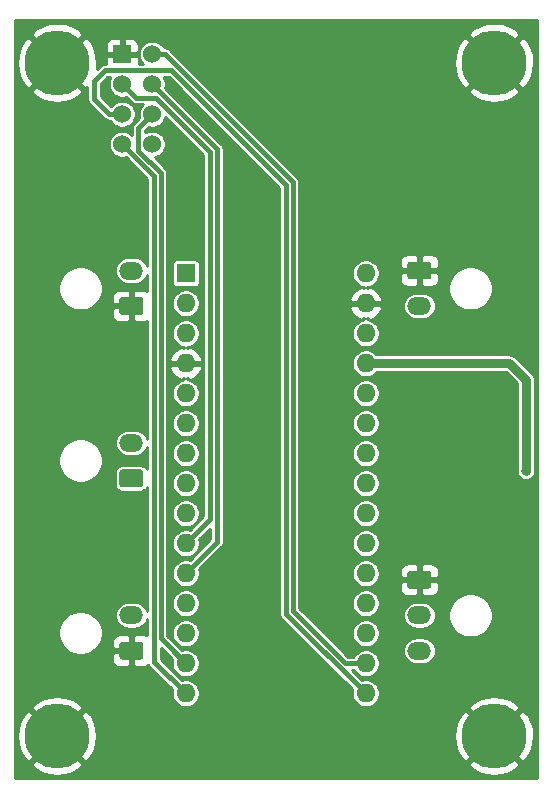
<source format=gbr>
G04 #@! TF.GenerationSoftware,KiCad,Pcbnew,(5.1.5)-3*
G04 #@! TF.CreationDate,2020-05-08T01:18:23-06:00*
G04 #@! TF.ProjectId,cap,6361702e-6b69-4636-9164-5f7063625858,rev?*
G04 #@! TF.SameCoordinates,Original*
G04 #@! TF.FileFunction,Copper,L2,Bot*
G04 #@! TF.FilePolarity,Positive*
%FSLAX46Y46*%
G04 Gerber Fmt 4.6, Leading zero omitted, Abs format (unit mm)*
G04 Created by KiCad (PCBNEW (5.1.5)-3) date 2020-05-08 01:18:23*
%MOMM*%
%LPD*%
G04 APERTURE LIST*
%ADD10O,1.600000X1.600000*%
%ADD11R,1.600000X1.600000*%
%ADD12R,1.524000X1.524000*%
%ADD13C,1.524000*%
%ADD14C,5.500000*%
%ADD15C,0.100000*%
%ADD16O,2.020000X1.500000*%
%ADD17C,0.800000*%
%ADD18C,0.762000*%
%ADD19C,0.381000*%
%ADD20C,0.254000*%
G04 APERTURE END LIST*
D10*
X140130000Y-102390000D03*
X124890000Y-102390000D03*
X140130000Y-66830000D03*
X124890000Y-99850000D03*
X140130000Y-69370000D03*
X124890000Y-97310000D03*
X140130000Y-71910000D03*
X124890000Y-94770000D03*
X140130000Y-74450000D03*
X124890000Y-92230000D03*
X140130000Y-76990000D03*
X124890000Y-89690000D03*
X140130000Y-79530000D03*
X124890000Y-87150000D03*
X140130000Y-82070000D03*
X124890000Y-84610000D03*
X140130000Y-84610000D03*
X124890000Y-82070000D03*
X140130000Y-87150000D03*
X124890000Y-79530000D03*
X140130000Y-89690000D03*
X124890000Y-76990000D03*
X140130000Y-92230000D03*
X124890000Y-74450000D03*
X140130000Y-94770000D03*
X124890000Y-71910000D03*
X140130000Y-97310000D03*
X124890000Y-69370000D03*
X140130000Y-99850000D03*
D11*
X124890000Y-66830000D03*
D12*
X119500000Y-48260000D03*
D13*
X122040000Y-48260000D03*
X119500000Y-50800000D03*
X122040000Y-50800000D03*
X119500000Y-53340000D03*
X122040000Y-53340000D03*
X119500000Y-55880000D03*
X122040000Y-55880000D03*
D14*
X151000000Y-49000000D03*
X114000000Y-49000000D03*
X114000000Y-106000000D03*
X151000000Y-106000000D03*
G04 #@! TA.AperFunction,ComponentPad*
D15*
G36*
X121071504Y-98027204D02*
G01*
X121095773Y-98030804D01*
X121119571Y-98036765D01*
X121142671Y-98045030D01*
X121164849Y-98055520D01*
X121185893Y-98068133D01*
X121205598Y-98082747D01*
X121223777Y-98099223D01*
X121240253Y-98117402D01*
X121254867Y-98137107D01*
X121267480Y-98158151D01*
X121277970Y-98180329D01*
X121286235Y-98203429D01*
X121292196Y-98227227D01*
X121295796Y-98251496D01*
X121297000Y-98276000D01*
X121297000Y-99276000D01*
X121295796Y-99300504D01*
X121292196Y-99324773D01*
X121286235Y-99348571D01*
X121277970Y-99371671D01*
X121267480Y-99393849D01*
X121254867Y-99414893D01*
X121240253Y-99434598D01*
X121223777Y-99452777D01*
X121205598Y-99469253D01*
X121185893Y-99483867D01*
X121164849Y-99496480D01*
X121142671Y-99506970D01*
X121119571Y-99515235D01*
X121095773Y-99521196D01*
X121071504Y-99524796D01*
X121047000Y-99526000D01*
X119527000Y-99526000D01*
X119502496Y-99524796D01*
X119478227Y-99521196D01*
X119454429Y-99515235D01*
X119431329Y-99506970D01*
X119409151Y-99496480D01*
X119388107Y-99483867D01*
X119368402Y-99469253D01*
X119350223Y-99452777D01*
X119333747Y-99434598D01*
X119319133Y-99414893D01*
X119306520Y-99393849D01*
X119296030Y-99371671D01*
X119287765Y-99348571D01*
X119281804Y-99324773D01*
X119278204Y-99300504D01*
X119277000Y-99276000D01*
X119277000Y-98276000D01*
X119278204Y-98251496D01*
X119281804Y-98227227D01*
X119287765Y-98203429D01*
X119296030Y-98180329D01*
X119306520Y-98158151D01*
X119319133Y-98137107D01*
X119333747Y-98117402D01*
X119350223Y-98099223D01*
X119368402Y-98082747D01*
X119388107Y-98068133D01*
X119409151Y-98055520D01*
X119431329Y-98045030D01*
X119454429Y-98036765D01*
X119478227Y-98030804D01*
X119502496Y-98027204D01*
X119527000Y-98026000D01*
X121047000Y-98026000D01*
X121071504Y-98027204D01*
G37*
G04 #@! TD.AperFunction*
D16*
X120287000Y-95776000D03*
G04 #@! TA.AperFunction,ComponentPad*
D15*
G36*
X145455504Y-92027204D02*
G01*
X145479773Y-92030804D01*
X145503571Y-92036765D01*
X145526671Y-92045030D01*
X145548849Y-92055520D01*
X145569893Y-92068133D01*
X145589598Y-92082747D01*
X145607777Y-92099223D01*
X145624253Y-92117402D01*
X145638867Y-92137107D01*
X145651480Y-92158151D01*
X145661970Y-92180329D01*
X145670235Y-92203429D01*
X145676196Y-92227227D01*
X145679796Y-92251496D01*
X145681000Y-92276000D01*
X145681000Y-93276000D01*
X145679796Y-93300504D01*
X145676196Y-93324773D01*
X145670235Y-93348571D01*
X145661970Y-93371671D01*
X145651480Y-93393849D01*
X145638867Y-93414893D01*
X145624253Y-93434598D01*
X145607777Y-93452777D01*
X145589598Y-93469253D01*
X145569893Y-93483867D01*
X145548849Y-93496480D01*
X145526671Y-93506970D01*
X145503571Y-93515235D01*
X145479773Y-93521196D01*
X145455504Y-93524796D01*
X145431000Y-93526000D01*
X143911000Y-93526000D01*
X143886496Y-93524796D01*
X143862227Y-93521196D01*
X143838429Y-93515235D01*
X143815329Y-93506970D01*
X143793151Y-93496480D01*
X143772107Y-93483867D01*
X143752402Y-93469253D01*
X143734223Y-93452777D01*
X143717747Y-93434598D01*
X143703133Y-93414893D01*
X143690520Y-93393849D01*
X143680030Y-93371671D01*
X143671765Y-93348571D01*
X143665804Y-93324773D01*
X143662204Y-93300504D01*
X143661000Y-93276000D01*
X143661000Y-92276000D01*
X143662204Y-92251496D01*
X143665804Y-92227227D01*
X143671765Y-92203429D01*
X143680030Y-92180329D01*
X143690520Y-92158151D01*
X143703133Y-92137107D01*
X143717747Y-92117402D01*
X143734223Y-92099223D01*
X143752402Y-92082747D01*
X143772107Y-92068133D01*
X143793151Y-92055520D01*
X143815329Y-92045030D01*
X143838429Y-92036765D01*
X143862227Y-92030804D01*
X143886496Y-92027204D01*
X143911000Y-92026000D01*
X145431000Y-92026000D01*
X145455504Y-92027204D01*
G37*
G04 #@! TD.AperFunction*
D16*
X144671000Y-95776000D03*
X144671000Y-98776000D03*
G04 #@! TA.AperFunction,ComponentPad*
D15*
G36*
X121071504Y-68841204D02*
G01*
X121095773Y-68844804D01*
X121119571Y-68850765D01*
X121142671Y-68859030D01*
X121164849Y-68869520D01*
X121185893Y-68882133D01*
X121205598Y-68896747D01*
X121223777Y-68913223D01*
X121240253Y-68931402D01*
X121254867Y-68951107D01*
X121267480Y-68972151D01*
X121277970Y-68994329D01*
X121286235Y-69017429D01*
X121292196Y-69041227D01*
X121295796Y-69065496D01*
X121297000Y-69090000D01*
X121297000Y-70090000D01*
X121295796Y-70114504D01*
X121292196Y-70138773D01*
X121286235Y-70162571D01*
X121277970Y-70185671D01*
X121267480Y-70207849D01*
X121254867Y-70228893D01*
X121240253Y-70248598D01*
X121223777Y-70266777D01*
X121205598Y-70283253D01*
X121185893Y-70297867D01*
X121164849Y-70310480D01*
X121142671Y-70320970D01*
X121119571Y-70329235D01*
X121095773Y-70335196D01*
X121071504Y-70338796D01*
X121047000Y-70340000D01*
X119527000Y-70340000D01*
X119502496Y-70338796D01*
X119478227Y-70335196D01*
X119454429Y-70329235D01*
X119431329Y-70320970D01*
X119409151Y-70310480D01*
X119388107Y-70297867D01*
X119368402Y-70283253D01*
X119350223Y-70266777D01*
X119333747Y-70248598D01*
X119319133Y-70228893D01*
X119306520Y-70207849D01*
X119296030Y-70185671D01*
X119287765Y-70162571D01*
X119281804Y-70138773D01*
X119278204Y-70114504D01*
X119277000Y-70090000D01*
X119277000Y-69090000D01*
X119278204Y-69065496D01*
X119281804Y-69041227D01*
X119287765Y-69017429D01*
X119296030Y-68994329D01*
X119306520Y-68972151D01*
X119319133Y-68951107D01*
X119333747Y-68931402D01*
X119350223Y-68913223D01*
X119368402Y-68896747D01*
X119388107Y-68882133D01*
X119409151Y-68869520D01*
X119431329Y-68859030D01*
X119454429Y-68850765D01*
X119478227Y-68844804D01*
X119502496Y-68841204D01*
X119527000Y-68840000D01*
X121047000Y-68840000D01*
X121071504Y-68841204D01*
G37*
G04 #@! TD.AperFunction*
D16*
X120287000Y-66590000D03*
G04 #@! TA.AperFunction,ComponentPad*
D15*
G36*
X145455504Y-65841204D02*
G01*
X145479773Y-65844804D01*
X145503571Y-65850765D01*
X145526671Y-65859030D01*
X145548849Y-65869520D01*
X145569893Y-65882133D01*
X145589598Y-65896747D01*
X145607777Y-65913223D01*
X145624253Y-65931402D01*
X145638867Y-65951107D01*
X145651480Y-65972151D01*
X145661970Y-65994329D01*
X145670235Y-66017429D01*
X145676196Y-66041227D01*
X145679796Y-66065496D01*
X145681000Y-66090000D01*
X145681000Y-67090000D01*
X145679796Y-67114504D01*
X145676196Y-67138773D01*
X145670235Y-67162571D01*
X145661970Y-67185671D01*
X145651480Y-67207849D01*
X145638867Y-67228893D01*
X145624253Y-67248598D01*
X145607777Y-67266777D01*
X145589598Y-67283253D01*
X145569893Y-67297867D01*
X145548849Y-67310480D01*
X145526671Y-67320970D01*
X145503571Y-67329235D01*
X145479773Y-67335196D01*
X145455504Y-67338796D01*
X145431000Y-67340000D01*
X143911000Y-67340000D01*
X143886496Y-67338796D01*
X143862227Y-67335196D01*
X143838429Y-67329235D01*
X143815329Y-67320970D01*
X143793151Y-67310480D01*
X143772107Y-67297867D01*
X143752402Y-67283253D01*
X143734223Y-67266777D01*
X143717747Y-67248598D01*
X143703133Y-67228893D01*
X143690520Y-67207849D01*
X143680030Y-67185671D01*
X143671765Y-67162571D01*
X143665804Y-67138773D01*
X143662204Y-67114504D01*
X143661000Y-67090000D01*
X143661000Y-66090000D01*
X143662204Y-66065496D01*
X143665804Y-66041227D01*
X143671765Y-66017429D01*
X143680030Y-65994329D01*
X143690520Y-65972151D01*
X143703133Y-65951107D01*
X143717747Y-65931402D01*
X143734223Y-65913223D01*
X143752402Y-65896747D01*
X143772107Y-65882133D01*
X143793151Y-65869520D01*
X143815329Y-65859030D01*
X143838429Y-65850765D01*
X143862227Y-65844804D01*
X143886496Y-65841204D01*
X143911000Y-65840000D01*
X145431000Y-65840000D01*
X145455504Y-65841204D01*
G37*
G04 #@! TD.AperFunction*
D16*
X144671000Y-69590000D03*
X120287000Y-81183000D03*
G04 #@! TA.AperFunction,ComponentPad*
D15*
G36*
X121071504Y-83434204D02*
G01*
X121095773Y-83437804D01*
X121119571Y-83443765D01*
X121142671Y-83452030D01*
X121164849Y-83462520D01*
X121185893Y-83475133D01*
X121205598Y-83489747D01*
X121223777Y-83506223D01*
X121240253Y-83524402D01*
X121254867Y-83544107D01*
X121267480Y-83565151D01*
X121277970Y-83587329D01*
X121286235Y-83610429D01*
X121292196Y-83634227D01*
X121295796Y-83658496D01*
X121297000Y-83683000D01*
X121297000Y-84683000D01*
X121295796Y-84707504D01*
X121292196Y-84731773D01*
X121286235Y-84755571D01*
X121277970Y-84778671D01*
X121267480Y-84800849D01*
X121254867Y-84821893D01*
X121240253Y-84841598D01*
X121223777Y-84859777D01*
X121205598Y-84876253D01*
X121185893Y-84890867D01*
X121164849Y-84903480D01*
X121142671Y-84913970D01*
X121119571Y-84922235D01*
X121095773Y-84928196D01*
X121071504Y-84931796D01*
X121047000Y-84933000D01*
X119527000Y-84933000D01*
X119502496Y-84931796D01*
X119478227Y-84928196D01*
X119454429Y-84922235D01*
X119431329Y-84913970D01*
X119409151Y-84903480D01*
X119388107Y-84890867D01*
X119368402Y-84876253D01*
X119350223Y-84859777D01*
X119333747Y-84841598D01*
X119319133Y-84821893D01*
X119306520Y-84800849D01*
X119296030Y-84778671D01*
X119287765Y-84755571D01*
X119281804Y-84731773D01*
X119278204Y-84707504D01*
X119277000Y-84683000D01*
X119277000Y-83683000D01*
X119278204Y-83658496D01*
X119281804Y-83634227D01*
X119287765Y-83610429D01*
X119296030Y-83587329D01*
X119306520Y-83565151D01*
X119319133Y-83544107D01*
X119333747Y-83524402D01*
X119350223Y-83506223D01*
X119368402Y-83489747D01*
X119388107Y-83475133D01*
X119409151Y-83462520D01*
X119431329Y-83452030D01*
X119454429Y-83443765D01*
X119478227Y-83437804D01*
X119502496Y-83434204D01*
X119527000Y-83433000D01*
X121047000Y-83433000D01*
X121071504Y-83434204D01*
G37*
G04 #@! TD.AperFunction*
D17*
X153688000Y-83584000D03*
X143020000Y-83584000D03*
X130447000Y-83965000D03*
X142004000Y-75710000D03*
X142639000Y-79139000D03*
X136289000Y-66312000D03*
X114064000Y-75202000D03*
X114064000Y-90188000D03*
X138702000Y-51326000D03*
D18*
X140130000Y-74450000D02*
X152301000Y-74450000D01*
X152301000Y-74450000D02*
X153688000Y-75837000D01*
X153688000Y-75837000D02*
X153688000Y-83584000D01*
D19*
X140130000Y-102390000D02*
X133368000Y-95628000D01*
X133368000Y-60422298D02*
X133368000Y-66312000D01*
X118946799Y-49647499D02*
X122593201Y-49647499D01*
X133368000Y-66312000D02*
X133368000Y-66058000D01*
X133368000Y-95628000D02*
X133368000Y-66312000D01*
X118422370Y-53340000D02*
X117112000Y-52029630D01*
X119500000Y-53340000D02*
X118422370Y-53340000D01*
X117112000Y-52029630D02*
X117112000Y-50564000D01*
X118028501Y-49647499D02*
X122593201Y-49647499D01*
X117112000Y-50564000D02*
X118028501Y-49647499D01*
X122593201Y-49647499D02*
X123683457Y-49647499D01*
X133368000Y-59332042D02*
X133368000Y-60422298D01*
X123683457Y-49647499D02*
X133368000Y-59332042D01*
X119500000Y-55880000D02*
X122192000Y-58572000D01*
X122192000Y-99692000D02*
X124890000Y-102390000D01*
X122192000Y-58572000D02*
X122192000Y-99692000D01*
X123699499Y-98659499D02*
X124090001Y-99050001D01*
X124090001Y-99050001D02*
X124890000Y-99850000D01*
X122773010Y-97733010D02*
X124890000Y-99850000D01*
X122773010Y-58331338D02*
X122773010Y-97733010D01*
X120887499Y-54492501D02*
X120887499Y-56445827D01*
X120887499Y-56445827D02*
X122773010Y-58331338D01*
X122040000Y-53340000D02*
X120887499Y-54492501D01*
X127526000Y-89594000D02*
X124890000Y-92230000D01*
X127526000Y-56286000D02*
X127526000Y-89594000D01*
X122040000Y-50800000D02*
X127526000Y-56286000D01*
X126944990Y-87635010D02*
X124890000Y-89690000D01*
X126944990Y-56539288D02*
X126944990Y-87635010D01*
X122358203Y-51952501D02*
X126944990Y-56539288D01*
X120652501Y-51952501D02*
X122358203Y-51952501D01*
X119500000Y-50800000D02*
X120652501Y-51952501D01*
X123117630Y-48260000D02*
X122040000Y-48260000D01*
X133949010Y-59091380D02*
X133949010Y-60181636D01*
X123117630Y-48260000D02*
X133949010Y-59091380D01*
X140130000Y-99850000D02*
X138411672Y-99850000D01*
X138411672Y-99850000D02*
X133949010Y-95387338D01*
X133949010Y-95387338D02*
X133949010Y-59091380D01*
D20*
G36*
X154594000Y-109594000D02*
G01*
X110406000Y-109594000D01*
X110406000Y-108380928D01*
X111798677Y-108380928D01*
X112104859Y-108824503D01*
X112692306Y-109139954D01*
X113330008Y-109334740D01*
X113993457Y-109401372D01*
X114657158Y-109337292D01*
X115295605Y-109144962D01*
X115884262Y-108831772D01*
X115895141Y-108824503D01*
X116201323Y-108380928D01*
X148798677Y-108380928D01*
X149104859Y-108824503D01*
X149692306Y-109139954D01*
X150330008Y-109334740D01*
X150993457Y-109401372D01*
X151657158Y-109337292D01*
X152295605Y-109144962D01*
X152884262Y-108831772D01*
X152895141Y-108824503D01*
X153201323Y-108380928D01*
X151000000Y-106179605D01*
X148798677Y-108380928D01*
X116201323Y-108380928D01*
X114000000Y-106179605D01*
X111798677Y-108380928D01*
X110406000Y-108380928D01*
X110406000Y-105993457D01*
X110598628Y-105993457D01*
X110662708Y-106657158D01*
X110855038Y-107295605D01*
X111168228Y-107884262D01*
X111175497Y-107895141D01*
X111619072Y-108201323D01*
X113820395Y-106000000D01*
X114179605Y-106000000D01*
X116380928Y-108201323D01*
X116824503Y-107895141D01*
X117139954Y-107307694D01*
X117334740Y-106669992D01*
X117401372Y-106006543D01*
X117400109Y-105993457D01*
X147598628Y-105993457D01*
X147662708Y-106657158D01*
X147855038Y-107295605D01*
X148168228Y-107884262D01*
X148175497Y-107895141D01*
X148619072Y-108201323D01*
X150820395Y-106000000D01*
X151179605Y-106000000D01*
X153380928Y-108201323D01*
X153824503Y-107895141D01*
X154139954Y-107307694D01*
X154334740Y-106669992D01*
X154401372Y-106006543D01*
X154337292Y-105342842D01*
X154144962Y-104704395D01*
X153831772Y-104115738D01*
X153824503Y-104104859D01*
X153380928Y-103798677D01*
X151179605Y-106000000D01*
X150820395Y-106000000D01*
X148619072Y-103798677D01*
X148175497Y-104104859D01*
X147860046Y-104692306D01*
X147665260Y-105330008D01*
X147598628Y-105993457D01*
X117400109Y-105993457D01*
X117337292Y-105342842D01*
X117144962Y-104704395D01*
X116831772Y-104115738D01*
X116824503Y-104104859D01*
X116380928Y-103798677D01*
X114179605Y-106000000D01*
X113820395Y-106000000D01*
X111619072Y-103798677D01*
X111175497Y-104104859D01*
X110860046Y-104692306D01*
X110665260Y-105330008D01*
X110598628Y-105993457D01*
X110406000Y-105993457D01*
X110406000Y-103619072D01*
X111798677Y-103619072D01*
X114000000Y-105820395D01*
X116201323Y-103619072D01*
X148798677Y-103619072D01*
X151000000Y-105820395D01*
X153201323Y-103619072D01*
X152895141Y-103175497D01*
X152307694Y-102860046D01*
X151669992Y-102665260D01*
X151006543Y-102598628D01*
X150342842Y-102662708D01*
X149704395Y-102855038D01*
X149115738Y-103168228D01*
X149104859Y-103175497D01*
X148798677Y-103619072D01*
X116201323Y-103619072D01*
X115895141Y-103175497D01*
X115307694Y-102860046D01*
X114669992Y-102665260D01*
X114006543Y-102598628D01*
X113342842Y-102662708D01*
X112704395Y-102855038D01*
X112115738Y-103168228D01*
X112104859Y-103175497D01*
X111798677Y-103619072D01*
X110406000Y-103619072D01*
X110406000Y-99526000D01*
X118638928Y-99526000D01*
X118651188Y-99650482D01*
X118687498Y-99770180D01*
X118746463Y-99880494D01*
X118825815Y-99977185D01*
X118922506Y-100056537D01*
X119032820Y-100115502D01*
X119152518Y-100151812D01*
X119277000Y-100164072D01*
X120001250Y-100161000D01*
X120160000Y-100002250D01*
X120160000Y-98903000D01*
X118800750Y-98903000D01*
X118642000Y-99061750D01*
X118638928Y-99526000D01*
X110406000Y-99526000D01*
X110406000Y-97090738D01*
X114086000Y-97090738D01*
X114086000Y-97461262D01*
X114158286Y-97824667D01*
X114300080Y-98166987D01*
X114505932Y-98475067D01*
X114767933Y-98737068D01*
X115076013Y-98942920D01*
X115418333Y-99084714D01*
X115781738Y-99157000D01*
X116152262Y-99157000D01*
X116515667Y-99084714D01*
X116857987Y-98942920D01*
X117166067Y-98737068D01*
X117428068Y-98475067D01*
X117633920Y-98166987D01*
X117692318Y-98026000D01*
X118638928Y-98026000D01*
X118642000Y-98490250D01*
X118800750Y-98649000D01*
X120160000Y-98649000D01*
X120160000Y-97549750D01*
X120001250Y-97391000D01*
X119277000Y-97387928D01*
X119152518Y-97400188D01*
X119032820Y-97436498D01*
X118922506Y-97495463D01*
X118825815Y-97574815D01*
X118746463Y-97671506D01*
X118687498Y-97781820D01*
X118651188Y-97901518D01*
X118638928Y-98026000D01*
X117692318Y-98026000D01*
X117775714Y-97824667D01*
X117848000Y-97461262D01*
X117848000Y-97090738D01*
X117775714Y-96727333D01*
X117633920Y-96385013D01*
X117428068Y-96076933D01*
X117166067Y-95814932D01*
X116857987Y-95609080D01*
X116515667Y-95467286D01*
X116152262Y-95395000D01*
X115781738Y-95395000D01*
X115418333Y-95467286D01*
X115076013Y-95609080D01*
X114767933Y-95814932D01*
X114505932Y-96076933D01*
X114300080Y-96385013D01*
X114158286Y-96727333D01*
X114086000Y-97090738D01*
X110406000Y-97090738D01*
X110406000Y-82497738D01*
X114086000Y-82497738D01*
X114086000Y-82868262D01*
X114158286Y-83231667D01*
X114300080Y-83573987D01*
X114505932Y-83882067D01*
X114767933Y-84144068D01*
X115076013Y-84349920D01*
X115418333Y-84491714D01*
X115781738Y-84564000D01*
X116152262Y-84564000D01*
X116515667Y-84491714D01*
X116857987Y-84349920D01*
X117166067Y-84144068D01*
X117428068Y-83882067D01*
X117633920Y-83573987D01*
X117775714Y-83231667D01*
X117848000Y-82868262D01*
X117848000Y-82497738D01*
X117775714Y-82134333D01*
X117633920Y-81792013D01*
X117428068Y-81483933D01*
X117166067Y-81221932D01*
X116857987Y-81016080D01*
X116515667Y-80874286D01*
X116152262Y-80802000D01*
X115781738Y-80802000D01*
X115418333Y-80874286D01*
X115076013Y-81016080D01*
X114767933Y-81221932D01*
X114505932Y-81483933D01*
X114300080Y-81792013D01*
X114158286Y-82134333D01*
X114086000Y-82497738D01*
X110406000Y-82497738D01*
X110406000Y-70340000D01*
X118638928Y-70340000D01*
X118651188Y-70464482D01*
X118687498Y-70584180D01*
X118746463Y-70694494D01*
X118825815Y-70791185D01*
X118922506Y-70870537D01*
X119032820Y-70929502D01*
X119152518Y-70965812D01*
X119277000Y-70978072D01*
X120001250Y-70975000D01*
X120160000Y-70816250D01*
X120160000Y-69717000D01*
X118800750Y-69717000D01*
X118642000Y-69875750D01*
X118638928Y-70340000D01*
X110406000Y-70340000D01*
X110406000Y-67904738D01*
X114086000Y-67904738D01*
X114086000Y-68275262D01*
X114158286Y-68638667D01*
X114300080Y-68980987D01*
X114505932Y-69289067D01*
X114767933Y-69551068D01*
X115076013Y-69756920D01*
X115418333Y-69898714D01*
X115781738Y-69971000D01*
X116152262Y-69971000D01*
X116515667Y-69898714D01*
X116857987Y-69756920D01*
X117166067Y-69551068D01*
X117428068Y-69289067D01*
X117633920Y-68980987D01*
X117692318Y-68840000D01*
X118638928Y-68840000D01*
X118642000Y-69304250D01*
X118800750Y-69463000D01*
X120160000Y-69463000D01*
X120160000Y-68363750D01*
X120001250Y-68205000D01*
X119277000Y-68201928D01*
X119152518Y-68214188D01*
X119032820Y-68250498D01*
X118922506Y-68309463D01*
X118825815Y-68388815D01*
X118746463Y-68485506D01*
X118687498Y-68595820D01*
X118651188Y-68715518D01*
X118638928Y-68840000D01*
X117692318Y-68840000D01*
X117775714Y-68638667D01*
X117848000Y-68275262D01*
X117848000Y-67904738D01*
X117775714Y-67541333D01*
X117633920Y-67199013D01*
X117428068Y-66890933D01*
X117166067Y-66628932D01*
X116857987Y-66423080D01*
X116515667Y-66281286D01*
X116152262Y-66209000D01*
X115781738Y-66209000D01*
X115418333Y-66281286D01*
X115076013Y-66423080D01*
X114767933Y-66628932D01*
X114505932Y-66890933D01*
X114300080Y-67199013D01*
X114158286Y-67541333D01*
X114086000Y-67904738D01*
X110406000Y-67904738D01*
X110406000Y-51380928D01*
X111798677Y-51380928D01*
X112104859Y-51824503D01*
X112692306Y-52139954D01*
X113330008Y-52334740D01*
X113993457Y-52401372D01*
X114657158Y-52337292D01*
X115295605Y-52144962D01*
X115884262Y-51831772D01*
X115895141Y-51824503D01*
X116201323Y-51380928D01*
X114000000Y-49179605D01*
X111798677Y-51380928D01*
X110406000Y-51380928D01*
X110406000Y-48993457D01*
X110598628Y-48993457D01*
X110662708Y-49657158D01*
X110855038Y-50295605D01*
X111168228Y-50884262D01*
X111175497Y-50895141D01*
X111619072Y-51201323D01*
X113820395Y-49000000D01*
X114179605Y-49000000D01*
X116380928Y-51201323D01*
X116540501Y-51091176D01*
X116540500Y-52001555D01*
X116537735Y-52029630D01*
X116540500Y-52057703D01*
X116548769Y-52141663D01*
X116581448Y-52249391D01*
X116634516Y-52348674D01*
X116705933Y-52435697D01*
X116727748Y-52453600D01*
X117998404Y-53724257D01*
X118016303Y-53746067D01*
X118103325Y-53817484D01*
X118202608Y-53870552D01*
X118310336Y-53903231D01*
X118422369Y-53914265D01*
X118450443Y-53911500D01*
X118507190Y-53911500D01*
X118612174Y-54068620D01*
X118771380Y-54227826D01*
X118958587Y-54352913D01*
X119166599Y-54439075D01*
X119387424Y-54483000D01*
X119612576Y-54483000D01*
X119833401Y-54439075D01*
X120041413Y-54352913D01*
X120228620Y-54227826D01*
X120387826Y-54068620D01*
X120512913Y-53881413D01*
X120599075Y-53673401D01*
X120643000Y-53452576D01*
X120643000Y-53227424D01*
X120599075Y-53006599D01*
X120512913Y-52798587D01*
X120387826Y-52611380D01*
X120228620Y-52452174D01*
X120041413Y-52327087D01*
X119833401Y-52240925D01*
X119612576Y-52197000D01*
X119387424Y-52197000D01*
X119166599Y-52240925D01*
X118958587Y-52327087D01*
X118771380Y-52452174D01*
X118612174Y-52611380D01*
X118568034Y-52677441D01*
X117683500Y-51792908D01*
X117683500Y-50800722D01*
X118265224Y-50218999D01*
X118513539Y-50218999D01*
X118487087Y-50258587D01*
X118400925Y-50466599D01*
X118357000Y-50687424D01*
X118357000Y-50912576D01*
X118400925Y-51133401D01*
X118487087Y-51341413D01*
X118612174Y-51528620D01*
X118771380Y-51687826D01*
X118958587Y-51812913D01*
X119166599Y-51899075D01*
X119387424Y-51943000D01*
X119612576Y-51943000D01*
X119797912Y-51906134D01*
X120228535Y-52336758D01*
X120246434Y-52358568D01*
X120333456Y-52429985D01*
X120432739Y-52483053D01*
X120540467Y-52515732D01*
X120624427Y-52524001D01*
X120652501Y-52526766D01*
X120680575Y-52524001D01*
X121239553Y-52524001D01*
X121152174Y-52611380D01*
X121027087Y-52798587D01*
X120940925Y-53006599D01*
X120897000Y-53227424D01*
X120897000Y-53452576D01*
X120933866Y-53637912D01*
X120503247Y-54068531D01*
X120481432Y-54086434D01*
X120410016Y-54173456D01*
X120410015Y-54173457D01*
X120356947Y-54272740D01*
X120324268Y-54380468D01*
X120313234Y-54492501D01*
X120315999Y-54520576D01*
X120315999Y-55079553D01*
X120228620Y-54992174D01*
X120041413Y-54867087D01*
X119833401Y-54780925D01*
X119612576Y-54737000D01*
X119387424Y-54737000D01*
X119166599Y-54780925D01*
X118958587Y-54867087D01*
X118771380Y-54992174D01*
X118612174Y-55151380D01*
X118487087Y-55338587D01*
X118400925Y-55546599D01*
X118357000Y-55767424D01*
X118357000Y-55992576D01*
X118400925Y-56213401D01*
X118487087Y-56421413D01*
X118612174Y-56608620D01*
X118771380Y-56767826D01*
X118958587Y-56892913D01*
X119166599Y-56979075D01*
X119387424Y-57023000D01*
X119612576Y-57023000D01*
X119797912Y-56986134D01*
X121620500Y-58808723D01*
X121620500Y-66232682D01*
X121596963Y-66155091D01*
X121491942Y-65958610D01*
X121350607Y-65786393D01*
X121178390Y-65645058D01*
X120981909Y-65540037D01*
X120768715Y-65475365D01*
X120602558Y-65459000D01*
X119971442Y-65459000D01*
X119805285Y-65475365D01*
X119592091Y-65540037D01*
X119395610Y-65645058D01*
X119223393Y-65786393D01*
X119082058Y-65958610D01*
X118977037Y-66155091D01*
X118912365Y-66368285D01*
X118890528Y-66590000D01*
X118912365Y-66811715D01*
X118977037Y-67024909D01*
X119082058Y-67221390D01*
X119223393Y-67393607D01*
X119395610Y-67534942D01*
X119592091Y-67639963D01*
X119805285Y-67704635D01*
X119971442Y-67721000D01*
X120602558Y-67721000D01*
X120768715Y-67704635D01*
X120981909Y-67639963D01*
X121178390Y-67534942D01*
X121350607Y-67393607D01*
X121491942Y-67221390D01*
X121596963Y-67024909D01*
X121620500Y-66947318D01*
X121620500Y-68292896D01*
X121541180Y-68250498D01*
X121421482Y-68214188D01*
X121297000Y-68201928D01*
X120572750Y-68205000D01*
X120414000Y-68363750D01*
X120414000Y-69463000D01*
X120434000Y-69463000D01*
X120434000Y-69717000D01*
X120414000Y-69717000D01*
X120414000Y-70816250D01*
X120572750Y-70975000D01*
X121297000Y-70978072D01*
X121421482Y-70965812D01*
X121541180Y-70929502D01*
X121620500Y-70887104D01*
X121620501Y-80825684D01*
X121596963Y-80748091D01*
X121491942Y-80551610D01*
X121350607Y-80379393D01*
X121178390Y-80238058D01*
X120981909Y-80133037D01*
X120768715Y-80068365D01*
X120602558Y-80052000D01*
X119971442Y-80052000D01*
X119805285Y-80068365D01*
X119592091Y-80133037D01*
X119395610Y-80238058D01*
X119223393Y-80379393D01*
X119082058Y-80551610D01*
X118977037Y-80748091D01*
X118912365Y-80961285D01*
X118890528Y-81183000D01*
X118912365Y-81404715D01*
X118977037Y-81617909D01*
X119082058Y-81814390D01*
X119223393Y-81986607D01*
X119395610Y-82127942D01*
X119592091Y-82232963D01*
X119805285Y-82297635D01*
X119971442Y-82314000D01*
X120602558Y-82314000D01*
X120768715Y-82297635D01*
X120981909Y-82232963D01*
X121178390Y-82127942D01*
X121350607Y-81986607D01*
X121491942Y-81814390D01*
X121596963Y-81617909D01*
X121620501Y-81540316D01*
X121620501Y-83419923D01*
X121573190Y-83331411D01*
X121494488Y-83235512D01*
X121398589Y-83156810D01*
X121289179Y-83098329D01*
X121170462Y-83062317D01*
X121047000Y-83050157D01*
X119527000Y-83050157D01*
X119403538Y-83062317D01*
X119284821Y-83098329D01*
X119175411Y-83156810D01*
X119079512Y-83235512D01*
X119000810Y-83331411D01*
X118942329Y-83440821D01*
X118906317Y-83559538D01*
X118894157Y-83683000D01*
X118894157Y-84683000D01*
X118906317Y-84806462D01*
X118942329Y-84925179D01*
X119000810Y-85034589D01*
X119079512Y-85130488D01*
X119175411Y-85209190D01*
X119284821Y-85267671D01*
X119403538Y-85303683D01*
X119527000Y-85315843D01*
X121047000Y-85315843D01*
X121170462Y-85303683D01*
X121289179Y-85267671D01*
X121398589Y-85209190D01*
X121494488Y-85130488D01*
X121573190Y-85034589D01*
X121620501Y-84946077D01*
X121620501Y-95418685D01*
X121596963Y-95341091D01*
X121491942Y-95144610D01*
X121350607Y-94972393D01*
X121178390Y-94831058D01*
X120981909Y-94726037D01*
X120768715Y-94661365D01*
X120602558Y-94645000D01*
X119971442Y-94645000D01*
X119805285Y-94661365D01*
X119592091Y-94726037D01*
X119395610Y-94831058D01*
X119223393Y-94972393D01*
X119082058Y-95144610D01*
X118977037Y-95341091D01*
X118912365Y-95554285D01*
X118890528Y-95776000D01*
X118912365Y-95997715D01*
X118977037Y-96210909D01*
X119082058Y-96407390D01*
X119223393Y-96579607D01*
X119395610Y-96720942D01*
X119592091Y-96825963D01*
X119805285Y-96890635D01*
X119971442Y-96907000D01*
X120602558Y-96907000D01*
X120768715Y-96890635D01*
X120981909Y-96825963D01*
X121178390Y-96720942D01*
X121350607Y-96579607D01*
X121491942Y-96407390D01*
X121596963Y-96210909D01*
X121620501Y-96133315D01*
X121620501Y-97478897D01*
X121541180Y-97436498D01*
X121421482Y-97400188D01*
X121297000Y-97387928D01*
X120572750Y-97391000D01*
X120414000Y-97549750D01*
X120414000Y-98649000D01*
X120434000Y-98649000D01*
X120434000Y-98903000D01*
X120414000Y-98903000D01*
X120414000Y-100002250D01*
X120572750Y-100161000D01*
X121297000Y-100164072D01*
X121421482Y-100151812D01*
X121541180Y-100115502D01*
X121651494Y-100056537D01*
X121712202Y-100006715D01*
X121714516Y-100011044D01*
X121714517Y-100011045D01*
X121785934Y-100098067D01*
X121807744Y-100115966D01*
X123751550Y-102059773D01*
X123709000Y-102273682D01*
X123709000Y-102506318D01*
X123754386Y-102734485D01*
X123843412Y-102949413D01*
X123972658Y-103142843D01*
X124137157Y-103307342D01*
X124330587Y-103436588D01*
X124545515Y-103525614D01*
X124773682Y-103571000D01*
X125006318Y-103571000D01*
X125234485Y-103525614D01*
X125449413Y-103436588D01*
X125642843Y-103307342D01*
X125807342Y-103142843D01*
X125936588Y-102949413D01*
X126025614Y-102734485D01*
X126071000Y-102506318D01*
X126071000Y-102273682D01*
X126025614Y-102045515D01*
X125936588Y-101830587D01*
X125807342Y-101637157D01*
X125642843Y-101472658D01*
X125449413Y-101343412D01*
X125234485Y-101254386D01*
X125006318Y-101209000D01*
X124773682Y-101209000D01*
X124559773Y-101251550D01*
X122763500Y-99455278D01*
X122763500Y-98531722D01*
X123751550Y-99519773D01*
X123709000Y-99733682D01*
X123709000Y-99966318D01*
X123754386Y-100194485D01*
X123843412Y-100409413D01*
X123972658Y-100602843D01*
X124137157Y-100767342D01*
X124330587Y-100896588D01*
X124545515Y-100985614D01*
X124773682Y-101031000D01*
X125006318Y-101031000D01*
X125234485Y-100985614D01*
X125449413Y-100896588D01*
X125642843Y-100767342D01*
X125807342Y-100602843D01*
X125936588Y-100409413D01*
X126025614Y-100194485D01*
X126071000Y-99966318D01*
X126071000Y-99733682D01*
X126025614Y-99505515D01*
X125936588Y-99290587D01*
X125807342Y-99097157D01*
X125642843Y-98932658D01*
X125449413Y-98803412D01*
X125234485Y-98714386D01*
X125006318Y-98669000D01*
X124773682Y-98669000D01*
X124559773Y-98711550D01*
X123344510Y-97496288D01*
X123344510Y-97193682D01*
X123709000Y-97193682D01*
X123709000Y-97426318D01*
X123754386Y-97654485D01*
X123843412Y-97869413D01*
X123972658Y-98062843D01*
X124137157Y-98227342D01*
X124330587Y-98356588D01*
X124545515Y-98445614D01*
X124773682Y-98491000D01*
X125006318Y-98491000D01*
X125234485Y-98445614D01*
X125449413Y-98356588D01*
X125642843Y-98227342D01*
X125807342Y-98062843D01*
X125936588Y-97869413D01*
X126025614Y-97654485D01*
X126071000Y-97426318D01*
X126071000Y-97193682D01*
X126025614Y-96965515D01*
X125936588Y-96750587D01*
X125807342Y-96557157D01*
X125642843Y-96392658D01*
X125449413Y-96263412D01*
X125234485Y-96174386D01*
X125006318Y-96129000D01*
X124773682Y-96129000D01*
X124545515Y-96174386D01*
X124330587Y-96263412D01*
X124137157Y-96392658D01*
X123972658Y-96557157D01*
X123843412Y-96750587D01*
X123754386Y-96965515D01*
X123709000Y-97193682D01*
X123344510Y-97193682D01*
X123344510Y-94653682D01*
X123709000Y-94653682D01*
X123709000Y-94886318D01*
X123754386Y-95114485D01*
X123843412Y-95329413D01*
X123972658Y-95522843D01*
X124137157Y-95687342D01*
X124330587Y-95816588D01*
X124545515Y-95905614D01*
X124773682Y-95951000D01*
X125006318Y-95951000D01*
X125234485Y-95905614D01*
X125449413Y-95816588D01*
X125642843Y-95687342D01*
X125807342Y-95522843D01*
X125936588Y-95329413D01*
X126025614Y-95114485D01*
X126071000Y-94886318D01*
X126071000Y-94653682D01*
X126025614Y-94425515D01*
X125936588Y-94210587D01*
X125807342Y-94017157D01*
X125642843Y-93852658D01*
X125449413Y-93723412D01*
X125234485Y-93634386D01*
X125006318Y-93589000D01*
X124773682Y-93589000D01*
X124545515Y-93634386D01*
X124330587Y-93723412D01*
X124137157Y-93852658D01*
X123972658Y-94017157D01*
X123843412Y-94210587D01*
X123754386Y-94425515D01*
X123709000Y-94653682D01*
X123344510Y-94653682D01*
X123344510Y-87033682D01*
X123709000Y-87033682D01*
X123709000Y-87266318D01*
X123754386Y-87494485D01*
X123843412Y-87709413D01*
X123972658Y-87902843D01*
X124137157Y-88067342D01*
X124330587Y-88196588D01*
X124545515Y-88285614D01*
X124773682Y-88331000D01*
X125006318Y-88331000D01*
X125234485Y-88285614D01*
X125449413Y-88196588D01*
X125642843Y-88067342D01*
X125807342Y-87902843D01*
X125936588Y-87709413D01*
X126025614Y-87494485D01*
X126071000Y-87266318D01*
X126071000Y-87033682D01*
X126025614Y-86805515D01*
X125936588Y-86590587D01*
X125807342Y-86397157D01*
X125642843Y-86232658D01*
X125449413Y-86103412D01*
X125234485Y-86014386D01*
X125006318Y-85969000D01*
X124773682Y-85969000D01*
X124545515Y-86014386D01*
X124330587Y-86103412D01*
X124137157Y-86232658D01*
X123972658Y-86397157D01*
X123843412Y-86590587D01*
X123754386Y-86805515D01*
X123709000Y-87033682D01*
X123344510Y-87033682D01*
X123344510Y-84493682D01*
X123709000Y-84493682D01*
X123709000Y-84726318D01*
X123754386Y-84954485D01*
X123843412Y-85169413D01*
X123972658Y-85362843D01*
X124137157Y-85527342D01*
X124330587Y-85656588D01*
X124545515Y-85745614D01*
X124773682Y-85791000D01*
X125006318Y-85791000D01*
X125234485Y-85745614D01*
X125449413Y-85656588D01*
X125642843Y-85527342D01*
X125807342Y-85362843D01*
X125936588Y-85169413D01*
X126025614Y-84954485D01*
X126071000Y-84726318D01*
X126071000Y-84493682D01*
X126025614Y-84265515D01*
X125936588Y-84050587D01*
X125807342Y-83857157D01*
X125642843Y-83692658D01*
X125449413Y-83563412D01*
X125234485Y-83474386D01*
X125006318Y-83429000D01*
X124773682Y-83429000D01*
X124545515Y-83474386D01*
X124330587Y-83563412D01*
X124137157Y-83692658D01*
X123972658Y-83857157D01*
X123843412Y-84050587D01*
X123754386Y-84265515D01*
X123709000Y-84493682D01*
X123344510Y-84493682D01*
X123344510Y-81953682D01*
X123709000Y-81953682D01*
X123709000Y-82186318D01*
X123754386Y-82414485D01*
X123843412Y-82629413D01*
X123972658Y-82822843D01*
X124137157Y-82987342D01*
X124330587Y-83116588D01*
X124545515Y-83205614D01*
X124773682Y-83251000D01*
X125006318Y-83251000D01*
X125234485Y-83205614D01*
X125449413Y-83116588D01*
X125642843Y-82987342D01*
X125807342Y-82822843D01*
X125936588Y-82629413D01*
X126025614Y-82414485D01*
X126071000Y-82186318D01*
X126071000Y-81953682D01*
X126025614Y-81725515D01*
X125936588Y-81510587D01*
X125807342Y-81317157D01*
X125642843Y-81152658D01*
X125449413Y-81023412D01*
X125234485Y-80934386D01*
X125006318Y-80889000D01*
X124773682Y-80889000D01*
X124545515Y-80934386D01*
X124330587Y-81023412D01*
X124137157Y-81152658D01*
X123972658Y-81317157D01*
X123843412Y-81510587D01*
X123754386Y-81725515D01*
X123709000Y-81953682D01*
X123344510Y-81953682D01*
X123344510Y-79413682D01*
X123709000Y-79413682D01*
X123709000Y-79646318D01*
X123754386Y-79874485D01*
X123843412Y-80089413D01*
X123972658Y-80282843D01*
X124137157Y-80447342D01*
X124330587Y-80576588D01*
X124545515Y-80665614D01*
X124773682Y-80711000D01*
X125006318Y-80711000D01*
X125234485Y-80665614D01*
X125449413Y-80576588D01*
X125642843Y-80447342D01*
X125807342Y-80282843D01*
X125936588Y-80089413D01*
X126025614Y-79874485D01*
X126071000Y-79646318D01*
X126071000Y-79413682D01*
X126025614Y-79185515D01*
X125936588Y-78970587D01*
X125807342Y-78777157D01*
X125642843Y-78612658D01*
X125449413Y-78483412D01*
X125234485Y-78394386D01*
X125006318Y-78349000D01*
X124773682Y-78349000D01*
X124545515Y-78394386D01*
X124330587Y-78483412D01*
X124137157Y-78612658D01*
X123972658Y-78777157D01*
X123843412Y-78970587D01*
X123754386Y-79185515D01*
X123709000Y-79413682D01*
X123344510Y-79413682D01*
X123344510Y-74799039D01*
X123498096Y-74799039D01*
X123538754Y-74933087D01*
X123658963Y-75187420D01*
X123826481Y-75413414D01*
X124034869Y-75602385D01*
X124276119Y-75747070D01*
X124540960Y-75841909D01*
X124762998Y-75720625D01*
X124762998Y-75811125D01*
X124545515Y-75854386D01*
X124330587Y-75943412D01*
X124137157Y-76072658D01*
X123972658Y-76237157D01*
X123843412Y-76430587D01*
X123754386Y-76645515D01*
X123709000Y-76873682D01*
X123709000Y-77106318D01*
X123754386Y-77334485D01*
X123843412Y-77549413D01*
X123972658Y-77742843D01*
X124137157Y-77907342D01*
X124330587Y-78036588D01*
X124545515Y-78125614D01*
X124773682Y-78171000D01*
X125006318Y-78171000D01*
X125234485Y-78125614D01*
X125449413Y-78036588D01*
X125642843Y-77907342D01*
X125807342Y-77742843D01*
X125936588Y-77549413D01*
X126025614Y-77334485D01*
X126071000Y-77106318D01*
X126071000Y-76873682D01*
X126025614Y-76645515D01*
X125936588Y-76430587D01*
X125807342Y-76237157D01*
X125642843Y-76072658D01*
X125449413Y-75943412D01*
X125234485Y-75854386D01*
X125017002Y-75811125D01*
X125017002Y-75720625D01*
X125239040Y-75841909D01*
X125503881Y-75747070D01*
X125745131Y-75602385D01*
X125953519Y-75413414D01*
X126121037Y-75187420D01*
X126241246Y-74933087D01*
X126281904Y-74799039D01*
X126159915Y-74577000D01*
X125017000Y-74577000D01*
X125017000Y-74597000D01*
X124763000Y-74597000D01*
X124763000Y-74577000D01*
X123620085Y-74577000D01*
X123498096Y-74799039D01*
X123344510Y-74799039D01*
X123344510Y-74100961D01*
X123498096Y-74100961D01*
X123620085Y-74323000D01*
X124763000Y-74323000D01*
X124763000Y-74303000D01*
X125017000Y-74303000D01*
X125017000Y-74323000D01*
X126159915Y-74323000D01*
X126281904Y-74100961D01*
X126241246Y-73966913D01*
X126121037Y-73712580D01*
X125953519Y-73486586D01*
X125745131Y-73297615D01*
X125503881Y-73152930D01*
X125239040Y-73058091D01*
X125017002Y-73179375D01*
X125017002Y-73088875D01*
X125234485Y-73045614D01*
X125449413Y-72956588D01*
X125642843Y-72827342D01*
X125807342Y-72662843D01*
X125936588Y-72469413D01*
X126025614Y-72254485D01*
X126071000Y-72026318D01*
X126071000Y-71793682D01*
X126025614Y-71565515D01*
X125936588Y-71350587D01*
X125807342Y-71157157D01*
X125642843Y-70992658D01*
X125449413Y-70863412D01*
X125234485Y-70774386D01*
X125006318Y-70729000D01*
X124773682Y-70729000D01*
X124545515Y-70774386D01*
X124330587Y-70863412D01*
X124137157Y-70992658D01*
X123972658Y-71157157D01*
X123843412Y-71350587D01*
X123754386Y-71565515D01*
X123709000Y-71793682D01*
X123709000Y-72026318D01*
X123754386Y-72254485D01*
X123843412Y-72469413D01*
X123972658Y-72662843D01*
X124137157Y-72827342D01*
X124330587Y-72956588D01*
X124545515Y-73045614D01*
X124762998Y-73088875D01*
X124762998Y-73179375D01*
X124540960Y-73058091D01*
X124276119Y-73152930D01*
X124034869Y-73297615D01*
X123826481Y-73486586D01*
X123658963Y-73712580D01*
X123538754Y-73966913D01*
X123498096Y-74100961D01*
X123344510Y-74100961D01*
X123344510Y-69253682D01*
X123709000Y-69253682D01*
X123709000Y-69486318D01*
X123754386Y-69714485D01*
X123843412Y-69929413D01*
X123972658Y-70122843D01*
X124137157Y-70287342D01*
X124330587Y-70416588D01*
X124545515Y-70505614D01*
X124773682Y-70551000D01*
X125006318Y-70551000D01*
X125234485Y-70505614D01*
X125449413Y-70416588D01*
X125642843Y-70287342D01*
X125807342Y-70122843D01*
X125936588Y-69929413D01*
X126025614Y-69714485D01*
X126071000Y-69486318D01*
X126071000Y-69253682D01*
X126025614Y-69025515D01*
X125936588Y-68810587D01*
X125807342Y-68617157D01*
X125642843Y-68452658D01*
X125449413Y-68323412D01*
X125234485Y-68234386D01*
X125006318Y-68189000D01*
X124773682Y-68189000D01*
X124545515Y-68234386D01*
X124330587Y-68323412D01*
X124137157Y-68452658D01*
X123972658Y-68617157D01*
X123843412Y-68810587D01*
X123754386Y-69025515D01*
X123709000Y-69253682D01*
X123344510Y-69253682D01*
X123344510Y-66030000D01*
X123707157Y-66030000D01*
X123707157Y-67630000D01*
X123714513Y-67704689D01*
X123736299Y-67776508D01*
X123771678Y-67842696D01*
X123819289Y-67900711D01*
X123877304Y-67948322D01*
X123943492Y-67983701D01*
X124015311Y-68005487D01*
X124090000Y-68012843D01*
X125690000Y-68012843D01*
X125764689Y-68005487D01*
X125836508Y-67983701D01*
X125902696Y-67948322D01*
X125960711Y-67900711D01*
X126008322Y-67842696D01*
X126043701Y-67776508D01*
X126065487Y-67704689D01*
X126072843Y-67630000D01*
X126072843Y-66030000D01*
X126065487Y-65955311D01*
X126043701Y-65883492D01*
X126008322Y-65817304D01*
X125960711Y-65759289D01*
X125902696Y-65711678D01*
X125836508Y-65676299D01*
X125764689Y-65654513D01*
X125690000Y-65647157D01*
X124090000Y-65647157D01*
X124015311Y-65654513D01*
X123943492Y-65676299D01*
X123877304Y-65711678D01*
X123819289Y-65759289D01*
X123771678Y-65817304D01*
X123736299Y-65883492D01*
X123714513Y-65955311D01*
X123707157Y-66030000D01*
X123344510Y-66030000D01*
X123344510Y-58359409D01*
X123347275Y-58331337D01*
X123339555Y-58252955D01*
X123336241Y-58219304D01*
X123303562Y-58111576D01*
X123250494Y-58012293D01*
X123179077Y-57925271D01*
X123157268Y-57907373D01*
X122252932Y-57003038D01*
X122373401Y-56979075D01*
X122581413Y-56892913D01*
X122768620Y-56767826D01*
X122927826Y-56608620D01*
X123052913Y-56421413D01*
X123139075Y-56213401D01*
X123183000Y-55992576D01*
X123183000Y-55767424D01*
X123139075Y-55546599D01*
X123052913Y-55338587D01*
X122927826Y-55151380D01*
X122768620Y-54992174D01*
X122581413Y-54867087D01*
X122373401Y-54780925D01*
X122152576Y-54737000D01*
X121927424Y-54737000D01*
X121706599Y-54780925D01*
X121498587Y-54867087D01*
X121458999Y-54893539D01*
X121458999Y-54729223D01*
X121742088Y-54446134D01*
X121927424Y-54483000D01*
X122152576Y-54483000D01*
X122373401Y-54439075D01*
X122581413Y-54352913D01*
X122768620Y-54227826D01*
X122927826Y-54068620D01*
X123052913Y-53881413D01*
X123139075Y-53673401D01*
X123160943Y-53563463D01*
X126373490Y-56776011D01*
X126373491Y-87398285D01*
X125220227Y-88551550D01*
X125006318Y-88509000D01*
X124773682Y-88509000D01*
X124545515Y-88554386D01*
X124330587Y-88643412D01*
X124137157Y-88772658D01*
X123972658Y-88937157D01*
X123843412Y-89130587D01*
X123754386Y-89345515D01*
X123709000Y-89573682D01*
X123709000Y-89806318D01*
X123754386Y-90034485D01*
X123843412Y-90249413D01*
X123972658Y-90442843D01*
X124137157Y-90607342D01*
X124330587Y-90736588D01*
X124545515Y-90825614D01*
X124773682Y-90871000D01*
X125006318Y-90871000D01*
X125234485Y-90825614D01*
X125449413Y-90736588D01*
X125642843Y-90607342D01*
X125807342Y-90442843D01*
X125936588Y-90249413D01*
X126025614Y-90034485D01*
X126071000Y-89806318D01*
X126071000Y-89573682D01*
X126028450Y-89359773D01*
X126954501Y-88433723D01*
X126954501Y-89357276D01*
X125220228Y-91091550D01*
X125006318Y-91049000D01*
X124773682Y-91049000D01*
X124545515Y-91094386D01*
X124330587Y-91183412D01*
X124137157Y-91312658D01*
X123972658Y-91477157D01*
X123843412Y-91670587D01*
X123754386Y-91885515D01*
X123709000Y-92113682D01*
X123709000Y-92346318D01*
X123754386Y-92574485D01*
X123843412Y-92789413D01*
X123972658Y-92982843D01*
X124137157Y-93147342D01*
X124330587Y-93276588D01*
X124545515Y-93365614D01*
X124773682Y-93411000D01*
X125006318Y-93411000D01*
X125234485Y-93365614D01*
X125449413Y-93276588D01*
X125642843Y-93147342D01*
X125807342Y-92982843D01*
X125936588Y-92789413D01*
X126025614Y-92574485D01*
X126071000Y-92346318D01*
X126071000Y-92113682D01*
X126028450Y-91899772D01*
X127910257Y-90017966D01*
X127932067Y-90000067D01*
X128003484Y-89913045D01*
X128056552Y-89813762D01*
X128089231Y-89706034D01*
X128097500Y-89622074D01*
X128100265Y-89594000D01*
X128097500Y-89565926D01*
X128097500Y-56314074D01*
X128100265Y-56286000D01*
X128089231Y-56173966D01*
X128056552Y-56066238D01*
X128003484Y-55966955D01*
X127961071Y-55915275D01*
X127932067Y-55879933D01*
X127910258Y-55862035D01*
X123146134Y-51097912D01*
X123183000Y-50912576D01*
X123183000Y-50687424D01*
X123139075Y-50466599D01*
X123052913Y-50258587D01*
X123026461Y-50218999D01*
X123446735Y-50218999D01*
X132796500Y-59568765D01*
X132796501Y-60394215D01*
X132796500Y-60394225D01*
X132796501Y-66029916D01*
X132796500Y-66029926D01*
X132796500Y-66340073D01*
X132796501Y-66340083D01*
X132796500Y-95599926D01*
X132793735Y-95628000D01*
X132796500Y-95656073D01*
X132804769Y-95740033D01*
X132837448Y-95847761D01*
X132890516Y-95947044D01*
X132961933Y-96034067D01*
X132983748Y-96051970D01*
X138991550Y-102059773D01*
X138949000Y-102273682D01*
X138949000Y-102506318D01*
X138994386Y-102734485D01*
X139083412Y-102949413D01*
X139212658Y-103142843D01*
X139377157Y-103307342D01*
X139570587Y-103436588D01*
X139785515Y-103525614D01*
X140013682Y-103571000D01*
X140246318Y-103571000D01*
X140474485Y-103525614D01*
X140689413Y-103436588D01*
X140882843Y-103307342D01*
X141047342Y-103142843D01*
X141176588Y-102949413D01*
X141265614Y-102734485D01*
X141311000Y-102506318D01*
X141311000Y-102273682D01*
X141265614Y-102045515D01*
X141176588Y-101830587D01*
X141047342Y-101637157D01*
X140882843Y-101472658D01*
X140689413Y-101343412D01*
X140474485Y-101254386D01*
X140246318Y-101209000D01*
X140013682Y-101209000D01*
X139799773Y-101251550D01*
X138969723Y-100421500D01*
X139091488Y-100421500D01*
X139212658Y-100602843D01*
X139377157Y-100767342D01*
X139570587Y-100896588D01*
X139785515Y-100985614D01*
X140013682Y-101031000D01*
X140246318Y-101031000D01*
X140474485Y-100985614D01*
X140689413Y-100896588D01*
X140882843Y-100767342D01*
X141047342Y-100602843D01*
X141176588Y-100409413D01*
X141265614Y-100194485D01*
X141311000Y-99966318D01*
X141311000Y-99733682D01*
X141265614Y-99505515D01*
X141176588Y-99290587D01*
X141047342Y-99097157D01*
X140882843Y-98932658D01*
X140689413Y-98803412D01*
X140623235Y-98776000D01*
X143274528Y-98776000D01*
X143296365Y-98997715D01*
X143361037Y-99210909D01*
X143466058Y-99407390D01*
X143607393Y-99579607D01*
X143779610Y-99720942D01*
X143976091Y-99825963D01*
X144189285Y-99890635D01*
X144355442Y-99907000D01*
X144986558Y-99907000D01*
X145152715Y-99890635D01*
X145365909Y-99825963D01*
X145562390Y-99720942D01*
X145734607Y-99579607D01*
X145875942Y-99407390D01*
X145980963Y-99210909D01*
X146045635Y-98997715D01*
X146067472Y-98776000D01*
X146045635Y-98554285D01*
X145980963Y-98341091D01*
X145875942Y-98144610D01*
X145734607Y-97972393D01*
X145562390Y-97831058D01*
X145365909Y-97726037D01*
X145152715Y-97661365D01*
X144986558Y-97645000D01*
X144355442Y-97645000D01*
X144189285Y-97661365D01*
X143976091Y-97726037D01*
X143779610Y-97831058D01*
X143607393Y-97972393D01*
X143466058Y-98144610D01*
X143361037Y-98341091D01*
X143296365Y-98554285D01*
X143274528Y-98776000D01*
X140623235Y-98776000D01*
X140474485Y-98714386D01*
X140246318Y-98669000D01*
X140013682Y-98669000D01*
X139785515Y-98714386D01*
X139570587Y-98803412D01*
X139377157Y-98932658D01*
X139212658Y-99097157D01*
X139091488Y-99278500D01*
X138648395Y-99278500D01*
X136563577Y-97193682D01*
X138949000Y-97193682D01*
X138949000Y-97426318D01*
X138994386Y-97654485D01*
X139083412Y-97869413D01*
X139212658Y-98062843D01*
X139377157Y-98227342D01*
X139570587Y-98356588D01*
X139785515Y-98445614D01*
X140013682Y-98491000D01*
X140246318Y-98491000D01*
X140474485Y-98445614D01*
X140689413Y-98356588D01*
X140882843Y-98227342D01*
X141047342Y-98062843D01*
X141176588Y-97869413D01*
X141265614Y-97654485D01*
X141311000Y-97426318D01*
X141311000Y-97193682D01*
X141265614Y-96965515D01*
X141176588Y-96750587D01*
X141047342Y-96557157D01*
X140882843Y-96392658D01*
X140689413Y-96263412D01*
X140474485Y-96174386D01*
X140246318Y-96129000D01*
X140013682Y-96129000D01*
X139785515Y-96174386D01*
X139570587Y-96263412D01*
X139377157Y-96392658D01*
X139212658Y-96557157D01*
X139083412Y-96750587D01*
X138994386Y-96965515D01*
X138949000Y-97193682D01*
X136563577Y-97193682D01*
X134520510Y-95150616D01*
X134520510Y-94653682D01*
X138949000Y-94653682D01*
X138949000Y-94886318D01*
X138994386Y-95114485D01*
X139083412Y-95329413D01*
X139212658Y-95522843D01*
X139377157Y-95687342D01*
X139570587Y-95816588D01*
X139785515Y-95905614D01*
X140013682Y-95951000D01*
X140246318Y-95951000D01*
X140474485Y-95905614D01*
X140689413Y-95816588D01*
X140750157Y-95776000D01*
X143274528Y-95776000D01*
X143296365Y-95997715D01*
X143361037Y-96210909D01*
X143466058Y-96407390D01*
X143607393Y-96579607D01*
X143779610Y-96720942D01*
X143976091Y-96825963D01*
X144189285Y-96890635D01*
X144355442Y-96907000D01*
X144986558Y-96907000D01*
X145152715Y-96890635D01*
X145365909Y-96825963D01*
X145562390Y-96720942D01*
X145734607Y-96579607D01*
X145875942Y-96407390D01*
X145980963Y-96210909D01*
X146045635Y-95997715D01*
X146067472Y-95776000D01*
X146049226Y-95590738D01*
X147110000Y-95590738D01*
X147110000Y-95961262D01*
X147182286Y-96324667D01*
X147324080Y-96666987D01*
X147529932Y-96975067D01*
X147791933Y-97237068D01*
X148100013Y-97442920D01*
X148442333Y-97584714D01*
X148805738Y-97657000D01*
X149176262Y-97657000D01*
X149539667Y-97584714D01*
X149881987Y-97442920D01*
X150190067Y-97237068D01*
X150452068Y-96975067D01*
X150657920Y-96666987D01*
X150799714Y-96324667D01*
X150872000Y-95961262D01*
X150872000Y-95590738D01*
X150799714Y-95227333D01*
X150657920Y-94885013D01*
X150452068Y-94576933D01*
X150190067Y-94314932D01*
X149881987Y-94109080D01*
X149539667Y-93967286D01*
X149176262Y-93895000D01*
X148805738Y-93895000D01*
X148442333Y-93967286D01*
X148100013Y-94109080D01*
X147791933Y-94314932D01*
X147529932Y-94576933D01*
X147324080Y-94885013D01*
X147182286Y-95227333D01*
X147110000Y-95590738D01*
X146049226Y-95590738D01*
X146045635Y-95554285D01*
X145980963Y-95341091D01*
X145875942Y-95144610D01*
X145734607Y-94972393D01*
X145562390Y-94831058D01*
X145365909Y-94726037D01*
X145152715Y-94661365D01*
X144986558Y-94645000D01*
X144355442Y-94645000D01*
X144189285Y-94661365D01*
X143976091Y-94726037D01*
X143779610Y-94831058D01*
X143607393Y-94972393D01*
X143466058Y-95144610D01*
X143361037Y-95341091D01*
X143296365Y-95554285D01*
X143274528Y-95776000D01*
X140750157Y-95776000D01*
X140882843Y-95687342D01*
X141047342Y-95522843D01*
X141176588Y-95329413D01*
X141265614Y-95114485D01*
X141311000Y-94886318D01*
X141311000Y-94653682D01*
X141265614Y-94425515D01*
X141176588Y-94210587D01*
X141047342Y-94017157D01*
X140882843Y-93852658D01*
X140689413Y-93723412D01*
X140474485Y-93634386D01*
X140246318Y-93589000D01*
X140013682Y-93589000D01*
X139785515Y-93634386D01*
X139570587Y-93723412D01*
X139377157Y-93852658D01*
X139212658Y-94017157D01*
X139083412Y-94210587D01*
X138994386Y-94425515D01*
X138949000Y-94653682D01*
X134520510Y-94653682D01*
X134520510Y-93526000D01*
X143022928Y-93526000D01*
X143035188Y-93650482D01*
X143071498Y-93770180D01*
X143130463Y-93880494D01*
X143209815Y-93977185D01*
X143306506Y-94056537D01*
X143416820Y-94115502D01*
X143536518Y-94151812D01*
X143661000Y-94164072D01*
X144385250Y-94161000D01*
X144544000Y-94002250D01*
X144544000Y-92903000D01*
X144798000Y-92903000D01*
X144798000Y-94002250D01*
X144956750Y-94161000D01*
X145681000Y-94164072D01*
X145805482Y-94151812D01*
X145925180Y-94115502D01*
X146035494Y-94056537D01*
X146132185Y-93977185D01*
X146211537Y-93880494D01*
X146270502Y-93770180D01*
X146306812Y-93650482D01*
X146319072Y-93526000D01*
X146316000Y-93061750D01*
X146157250Y-92903000D01*
X144798000Y-92903000D01*
X144544000Y-92903000D01*
X143184750Y-92903000D01*
X143026000Y-93061750D01*
X143022928Y-93526000D01*
X134520510Y-93526000D01*
X134520510Y-92113682D01*
X138949000Y-92113682D01*
X138949000Y-92346318D01*
X138994386Y-92574485D01*
X139083412Y-92789413D01*
X139212658Y-92982843D01*
X139377157Y-93147342D01*
X139570587Y-93276588D01*
X139785515Y-93365614D01*
X140013682Y-93411000D01*
X140246318Y-93411000D01*
X140474485Y-93365614D01*
X140689413Y-93276588D01*
X140882843Y-93147342D01*
X141047342Y-92982843D01*
X141176588Y-92789413D01*
X141265614Y-92574485D01*
X141311000Y-92346318D01*
X141311000Y-92113682D01*
X141293559Y-92026000D01*
X143022928Y-92026000D01*
X143026000Y-92490250D01*
X143184750Y-92649000D01*
X144544000Y-92649000D01*
X144544000Y-91549750D01*
X144798000Y-91549750D01*
X144798000Y-92649000D01*
X146157250Y-92649000D01*
X146316000Y-92490250D01*
X146319072Y-92026000D01*
X146306812Y-91901518D01*
X146270502Y-91781820D01*
X146211537Y-91671506D01*
X146132185Y-91574815D01*
X146035494Y-91495463D01*
X145925180Y-91436498D01*
X145805482Y-91400188D01*
X145681000Y-91387928D01*
X144956750Y-91391000D01*
X144798000Y-91549750D01*
X144544000Y-91549750D01*
X144385250Y-91391000D01*
X143661000Y-91387928D01*
X143536518Y-91400188D01*
X143416820Y-91436498D01*
X143306506Y-91495463D01*
X143209815Y-91574815D01*
X143130463Y-91671506D01*
X143071498Y-91781820D01*
X143035188Y-91901518D01*
X143022928Y-92026000D01*
X141293559Y-92026000D01*
X141265614Y-91885515D01*
X141176588Y-91670587D01*
X141047342Y-91477157D01*
X140882843Y-91312658D01*
X140689413Y-91183412D01*
X140474485Y-91094386D01*
X140246318Y-91049000D01*
X140013682Y-91049000D01*
X139785515Y-91094386D01*
X139570587Y-91183412D01*
X139377157Y-91312658D01*
X139212658Y-91477157D01*
X139083412Y-91670587D01*
X138994386Y-91885515D01*
X138949000Y-92113682D01*
X134520510Y-92113682D01*
X134520510Y-89573682D01*
X138949000Y-89573682D01*
X138949000Y-89806318D01*
X138994386Y-90034485D01*
X139083412Y-90249413D01*
X139212658Y-90442843D01*
X139377157Y-90607342D01*
X139570587Y-90736588D01*
X139785515Y-90825614D01*
X140013682Y-90871000D01*
X140246318Y-90871000D01*
X140474485Y-90825614D01*
X140689413Y-90736588D01*
X140882843Y-90607342D01*
X141047342Y-90442843D01*
X141176588Y-90249413D01*
X141265614Y-90034485D01*
X141311000Y-89806318D01*
X141311000Y-89573682D01*
X141265614Y-89345515D01*
X141176588Y-89130587D01*
X141047342Y-88937157D01*
X140882843Y-88772658D01*
X140689413Y-88643412D01*
X140474485Y-88554386D01*
X140246318Y-88509000D01*
X140013682Y-88509000D01*
X139785515Y-88554386D01*
X139570587Y-88643412D01*
X139377157Y-88772658D01*
X139212658Y-88937157D01*
X139083412Y-89130587D01*
X138994386Y-89345515D01*
X138949000Y-89573682D01*
X134520510Y-89573682D01*
X134520510Y-87033682D01*
X138949000Y-87033682D01*
X138949000Y-87266318D01*
X138994386Y-87494485D01*
X139083412Y-87709413D01*
X139212658Y-87902843D01*
X139377157Y-88067342D01*
X139570587Y-88196588D01*
X139785515Y-88285614D01*
X140013682Y-88331000D01*
X140246318Y-88331000D01*
X140474485Y-88285614D01*
X140689413Y-88196588D01*
X140882843Y-88067342D01*
X141047342Y-87902843D01*
X141176588Y-87709413D01*
X141265614Y-87494485D01*
X141311000Y-87266318D01*
X141311000Y-87033682D01*
X141265614Y-86805515D01*
X141176588Y-86590587D01*
X141047342Y-86397157D01*
X140882843Y-86232658D01*
X140689413Y-86103412D01*
X140474485Y-86014386D01*
X140246318Y-85969000D01*
X140013682Y-85969000D01*
X139785515Y-86014386D01*
X139570587Y-86103412D01*
X139377157Y-86232658D01*
X139212658Y-86397157D01*
X139083412Y-86590587D01*
X138994386Y-86805515D01*
X138949000Y-87033682D01*
X134520510Y-87033682D01*
X134520510Y-84493682D01*
X138949000Y-84493682D01*
X138949000Y-84726318D01*
X138994386Y-84954485D01*
X139083412Y-85169413D01*
X139212658Y-85362843D01*
X139377157Y-85527342D01*
X139570587Y-85656588D01*
X139785515Y-85745614D01*
X140013682Y-85791000D01*
X140246318Y-85791000D01*
X140474485Y-85745614D01*
X140689413Y-85656588D01*
X140882843Y-85527342D01*
X141047342Y-85362843D01*
X141176588Y-85169413D01*
X141265614Y-84954485D01*
X141311000Y-84726318D01*
X141311000Y-84493682D01*
X141265614Y-84265515D01*
X141176588Y-84050587D01*
X141047342Y-83857157D01*
X140882843Y-83692658D01*
X140689413Y-83563412D01*
X140474485Y-83474386D01*
X140246318Y-83429000D01*
X140013682Y-83429000D01*
X139785515Y-83474386D01*
X139570587Y-83563412D01*
X139377157Y-83692658D01*
X139212658Y-83857157D01*
X139083412Y-84050587D01*
X138994386Y-84265515D01*
X138949000Y-84493682D01*
X134520510Y-84493682D01*
X134520510Y-81953682D01*
X138949000Y-81953682D01*
X138949000Y-82186318D01*
X138994386Y-82414485D01*
X139083412Y-82629413D01*
X139212658Y-82822843D01*
X139377157Y-82987342D01*
X139570587Y-83116588D01*
X139785515Y-83205614D01*
X140013682Y-83251000D01*
X140246318Y-83251000D01*
X140474485Y-83205614D01*
X140689413Y-83116588D01*
X140882843Y-82987342D01*
X141047342Y-82822843D01*
X141176588Y-82629413D01*
X141265614Y-82414485D01*
X141311000Y-82186318D01*
X141311000Y-81953682D01*
X141265614Y-81725515D01*
X141176588Y-81510587D01*
X141047342Y-81317157D01*
X140882843Y-81152658D01*
X140689413Y-81023412D01*
X140474485Y-80934386D01*
X140246318Y-80889000D01*
X140013682Y-80889000D01*
X139785515Y-80934386D01*
X139570587Y-81023412D01*
X139377157Y-81152658D01*
X139212658Y-81317157D01*
X139083412Y-81510587D01*
X138994386Y-81725515D01*
X138949000Y-81953682D01*
X134520510Y-81953682D01*
X134520510Y-79413682D01*
X138949000Y-79413682D01*
X138949000Y-79646318D01*
X138994386Y-79874485D01*
X139083412Y-80089413D01*
X139212658Y-80282843D01*
X139377157Y-80447342D01*
X139570587Y-80576588D01*
X139785515Y-80665614D01*
X140013682Y-80711000D01*
X140246318Y-80711000D01*
X140474485Y-80665614D01*
X140689413Y-80576588D01*
X140882843Y-80447342D01*
X141047342Y-80282843D01*
X141176588Y-80089413D01*
X141265614Y-79874485D01*
X141311000Y-79646318D01*
X141311000Y-79413682D01*
X141265614Y-79185515D01*
X141176588Y-78970587D01*
X141047342Y-78777157D01*
X140882843Y-78612658D01*
X140689413Y-78483412D01*
X140474485Y-78394386D01*
X140246318Y-78349000D01*
X140013682Y-78349000D01*
X139785515Y-78394386D01*
X139570587Y-78483412D01*
X139377157Y-78612658D01*
X139212658Y-78777157D01*
X139083412Y-78970587D01*
X138994386Y-79185515D01*
X138949000Y-79413682D01*
X134520510Y-79413682D01*
X134520510Y-76873682D01*
X138949000Y-76873682D01*
X138949000Y-77106318D01*
X138994386Y-77334485D01*
X139083412Y-77549413D01*
X139212658Y-77742843D01*
X139377157Y-77907342D01*
X139570587Y-78036588D01*
X139785515Y-78125614D01*
X140013682Y-78171000D01*
X140246318Y-78171000D01*
X140474485Y-78125614D01*
X140689413Y-78036588D01*
X140882843Y-77907342D01*
X141047342Y-77742843D01*
X141176588Y-77549413D01*
X141265614Y-77334485D01*
X141311000Y-77106318D01*
X141311000Y-76873682D01*
X141265614Y-76645515D01*
X141176588Y-76430587D01*
X141047342Y-76237157D01*
X140882843Y-76072658D01*
X140689413Y-75943412D01*
X140474485Y-75854386D01*
X140246318Y-75809000D01*
X140013682Y-75809000D01*
X139785515Y-75854386D01*
X139570587Y-75943412D01*
X139377157Y-76072658D01*
X139212658Y-76237157D01*
X139083412Y-76430587D01*
X138994386Y-76645515D01*
X138949000Y-76873682D01*
X134520510Y-76873682D01*
X134520510Y-74333682D01*
X138949000Y-74333682D01*
X138949000Y-74566318D01*
X138994386Y-74794485D01*
X139083412Y-75009413D01*
X139212658Y-75202843D01*
X139377157Y-75367342D01*
X139570587Y-75496588D01*
X139785515Y-75585614D01*
X140013682Y-75631000D01*
X140246318Y-75631000D01*
X140474485Y-75585614D01*
X140689413Y-75496588D01*
X140882843Y-75367342D01*
X141038185Y-75212000D01*
X151985370Y-75212000D01*
X152926000Y-76152631D01*
X152926001Y-83411553D01*
X152907000Y-83507078D01*
X152907000Y-83660922D01*
X152937013Y-83811809D01*
X152995887Y-83953942D01*
X153081358Y-84081859D01*
X153190141Y-84190642D01*
X153318058Y-84276113D01*
X153460191Y-84334987D01*
X153611078Y-84365000D01*
X153764922Y-84365000D01*
X153915809Y-84334987D01*
X154057942Y-84276113D01*
X154185859Y-84190642D01*
X154294642Y-84081859D01*
X154380113Y-83953942D01*
X154438987Y-83811809D01*
X154469000Y-83660922D01*
X154469000Y-83507078D01*
X154450000Y-83411558D01*
X154450000Y-75874422D01*
X154453686Y-75836999D01*
X154450000Y-75799574D01*
X154438974Y-75687622D01*
X154395402Y-75543985D01*
X154324645Y-75411608D01*
X154229422Y-75295578D01*
X154200353Y-75271722D01*
X152866284Y-73937654D01*
X152842422Y-73908578D01*
X152726392Y-73813355D01*
X152594015Y-73742598D01*
X152450378Y-73699026D01*
X152338426Y-73688000D01*
X152338423Y-73688000D01*
X152301000Y-73684314D01*
X152263577Y-73688000D01*
X141038185Y-73688000D01*
X140882843Y-73532658D01*
X140689413Y-73403412D01*
X140474485Y-73314386D01*
X140246318Y-73269000D01*
X140013682Y-73269000D01*
X139785515Y-73314386D01*
X139570587Y-73403412D01*
X139377157Y-73532658D01*
X139212658Y-73697157D01*
X139083412Y-73890587D01*
X138994386Y-74105515D01*
X138949000Y-74333682D01*
X134520510Y-74333682D01*
X134520510Y-69719039D01*
X138738096Y-69719039D01*
X138778754Y-69853087D01*
X138898963Y-70107420D01*
X139066481Y-70333414D01*
X139274869Y-70522385D01*
X139516119Y-70667070D01*
X139780960Y-70761909D01*
X140002998Y-70640625D01*
X140002998Y-70731125D01*
X139785515Y-70774386D01*
X139570587Y-70863412D01*
X139377157Y-70992658D01*
X139212658Y-71157157D01*
X139083412Y-71350587D01*
X138994386Y-71565515D01*
X138949000Y-71793682D01*
X138949000Y-72026318D01*
X138994386Y-72254485D01*
X139083412Y-72469413D01*
X139212658Y-72662843D01*
X139377157Y-72827342D01*
X139570587Y-72956588D01*
X139785515Y-73045614D01*
X140013682Y-73091000D01*
X140246318Y-73091000D01*
X140474485Y-73045614D01*
X140689413Y-72956588D01*
X140882843Y-72827342D01*
X141047342Y-72662843D01*
X141176588Y-72469413D01*
X141265614Y-72254485D01*
X141311000Y-72026318D01*
X141311000Y-71793682D01*
X141265614Y-71565515D01*
X141176588Y-71350587D01*
X141047342Y-71157157D01*
X140882843Y-70992658D01*
X140689413Y-70863412D01*
X140474485Y-70774386D01*
X140257002Y-70731125D01*
X140257002Y-70640625D01*
X140479040Y-70761909D01*
X140743881Y-70667070D01*
X140985131Y-70522385D01*
X141193519Y-70333414D01*
X141361037Y-70107420D01*
X141481246Y-69853087D01*
X141521904Y-69719039D01*
X141451010Y-69590000D01*
X143274528Y-69590000D01*
X143296365Y-69811715D01*
X143361037Y-70024909D01*
X143466058Y-70221390D01*
X143607393Y-70393607D01*
X143779610Y-70534942D01*
X143976091Y-70639963D01*
X144189285Y-70704635D01*
X144355442Y-70721000D01*
X144986558Y-70721000D01*
X145152715Y-70704635D01*
X145365909Y-70639963D01*
X145562390Y-70534942D01*
X145734607Y-70393607D01*
X145875942Y-70221390D01*
X145980963Y-70024909D01*
X146045635Y-69811715D01*
X146067472Y-69590000D01*
X146045635Y-69368285D01*
X145980963Y-69155091D01*
X145875942Y-68958610D01*
X145734607Y-68786393D01*
X145562390Y-68645058D01*
X145365909Y-68540037D01*
X145152715Y-68475365D01*
X144986558Y-68459000D01*
X144355442Y-68459000D01*
X144189285Y-68475365D01*
X143976091Y-68540037D01*
X143779610Y-68645058D01*
X143607393Y-68786393D01*
X143466058Y-68958610D01*
X143361037Y-69155091D01*
X143296365Y-69368285D01*
X143274528Y-69590000D01*
X141451010Y-69590000D01*
X141399915Y-69497000D01*
X140257000Y-69497000D01*
X140257000Y-69517000D01*
X140003000Y-69517000D01*
X140003000Y-69497000D01*
X138860085Y-69497000D01*
X138738096Y-69719039D01*
X134520510Y-69719039D01*
X134520510Y-69020961D01*
X138738096Y-69020961D01*
X138860085Y-69243000D01*
X140003000Y-69243000D01*
X140003000Y-69223000D01*
X140257000Y-69223000D01*
X140257000Y-69243000D01*
X141399915Y-69243000D01*
X141521904Y-69020961D01*
X141481246Y-68886913D01*
X141361037Y-68632580D01*
X141193519Y-68406586D01*
X140985131Y-68217615D01*
X140743881Y-68072930D01*
X140479040Y-67978091D01*
X140257002Y-68099375D01*
X140257002Y-68008875D01*
X140474485Y-67965614D01*
X140689413Y-67876588D01*
X140882843Y-67747342D01*
X141047342Y-67582843D01*
X141176588Y-67389413D01*
X141197055Y-67340000D01*
X143022928Y-67340000D01*
X143035188Y-67464482D01*
X143071498Y-67584180D01*
X143130463Y-67694494D01*
X143209815Y-67791185D01*
X143306506Y-67870537D01*
X143416820Y-67929502D01*
X143536518Y-67965812D01*
X143661000Y-67978072D01*
X144385250Y-67975000D01*
X144544000Y-67816250D01*
X144544000Y-66717000D01*
X144798000Y-66717000D01*
X144798000Y-67816250D01*
X144956750Y-67975000D01*
X145681000Y-67978072D01*
X145805482Y-67965812D01*
X145925180Y-67929502D01*
X145971509Y-67904738D01*
X147110000Y-67904738D01*
X147110000Y-68275262D01*
X147182286Y-68638667D01*
X147324080Y-68980987D01*
X147529932Y-69289067D01*
X147791933Y-69551068D01*
X148100013Y-69756920D01*
X148442333Y-69898714D01*
X148805738Y-69971000D01*
X149176262Y-69971000D01*
X149539667Y-69898714D01*
X149881987Y-69756920D01*
X150190067Y-69551068D01*
X150452068Y-69289067D01*
X150657920Y-68980987D01*
X150799714Y-68638667D01*
X150872000Y-68275262D01*
X150872000Y-67904738D01*
X150799714Y-67541333D01*
X150657920Y-67199013D01*
X150452068Y-66890933D01*
X150190067Y-66628932D01*
X149881987Y-66423080D01*
X149539667Y-66281286D01*
X149176262Y-66209000D01*
X148805738Y-66209000D01*
X148442333Y-66281286D01*
X148100013Y-66423080D01*
X147791933Y-66628932D01*
X147529932Y-66890933D01*
X147324080Y-67199013D01*
X147182286Y-67541333D01*
X147110000Y-67904738D01*
X145971509Y-67904738D01*
X146035494Y-67870537D01*
X146132185Y-67791185D01*
X146211537Y-67694494D01*
X146270502Y-67584180D01*
X146306812Y-67464482D01*
X146319072Y-67340000D01*
X146316000Y-66875750D01*
X146157250Y-66717000D01*
X144798000Y-66717000D01*
X144544000Y-66717000D01*
X143184750Y-66717000D01*
X143026000Y-66875750D01*
X143022928Y-67340000D01*
X141197055Y-67340000D01*
X141265614Y-67174485D01*
X141311000Y-66946318D01*
X141311000Y-66713682D01*
X141265614Y-66485515D01*
X141176588Y-66270587D01*
X141047342Y-66077157D01*
X140882843Y-65912658D01*
X140774103Y-65840000D01*
X143022928Y-65840000D01*
X143026000Y-66304250D01*
X143184750Y-66463000D01*
X144544000Y-66463000D01*
X144544000Y-65363750D01*
X144798000Y-65363750D01*
X144798000Y-66463000D01*
X146157250Y-66463000D01*
X146316000Y-66304250D01*
X146319072Y-65840000D01*
X146306812Y-65715518D01*
X146270502Y-65595820D01*
X146211537Y-65485506D01*
X146132185Y-65388815D01*
X146035494Y-65309463D01*
X145925180Y-65250498D01*
X145805482Y-65214188D01*
X145681000Y-65201928D01*
X144956750Y-65205000D01*
X144798000Y-65363750D01*
X144544000Y-65363750D01*
X144385250Y-65205000D01*
X143661000Y-65201928D01*
X143536518Y-65214188D01*
X143416820Y-65250498D01*
X143306506Y-65309463D01*
X143209815Y-65388815D01*
X143130463Y-65485506D01*
X143071498Y-65595820D01*
X143035188Y-65715518D01*
X143022928Y-65840000D01*
X140774103Y-65840000D01*
X140689413Y-65783412D01*
X140474485Y-65694386D01*
X140246318Y-65649000D01*
X140013682Y-65649000D01*
X139785515Y-65694386D01*
X139570587Y-65783412D01*
X139377157Y-65912658D01*
X139212658Y-66077157D01*
X139083412Y-66270587D01*
X138994386Y-66485515D01*
X138949000Y-66713682D01*
X138949000Y-66946318D01*
X138994386Y-67174485D01*
X139083412Y-67389413D01*
X139212658Y-67582843D01*
X139377157Y-67747342D01*
X139570587Y-67876588D01*
X139785515Y-67965614D01*
X140002998Y-68008875D01*
X140002998Y-68099375D01*
X139780960Y-67978091D01*
X139516119Y-68072930D01*
X139274869Y-68217615D01*
X139066481Y-68406586D01*
X138898963Y-68632580D01*
X138778754Y-68886913D01*
X138738096Y-69020961D01*
X134520510Y-69020961D01*
X134520510Y-59119451D01*
X134523275Y-59091379D01*
X134520510Y-59063306D01*
X134512241Y-58979346D01*
X134479562Y-58871618D01*
X134426494Y-58772335D01*
X134355077Y-58685313D01*
X134333267Y-58667414D01*
X127046781Y-51380928D01*
X148798677Y-51380928D01*
X149104859Y-51824503D01*
X149692306Y-52139954D01*
X150330008Y-52334740D01*
X150993457Y-52401372D01*
X151657158Y-52337292D01*
X152295605Y-52144962D01*
X152884262Y-51831772D01*
X152895141Y-51824503D01*
X153201323Y-51380928D01*
X151000000Y-49179605D01*
X148798677Y-51380928D01*
X127046781Y-51380928D01*
X124659310Y-48993457D01*
X147598628Y-48993457D01*
X147662708Y-49657158D01*
X147855038Y-50295605D01*
X148168228Y-50884262D01*
X148175497Y-50895141D01*
X148619072Y-51201323D01*
X150820395Y-49000000D01*
X151179605Y-49000000D01*
X153380928Y-51201323D01*
X153824503Y-50895141D01*
X154139954Y-50307694D01*
X154334740Y-49669992D01*
X154401372Y-49006543D01*
X154337292Y-48342842D01*
X154144962Y-47704395D01*
X153831772Y-47115738D01*
X153824503Y-47104859D01*
X153380928Y-46798677D01*
X151179605Y-49000000D01*
X150820395Y-49000000D01*
X148619072Y-46798677D01*
X148175497Y-47104859D01*
X147860046Y-47692306D01*
X147665260Y-48330008D01*
X147598628Y-48993457D01*
X124659310Y-48993457D01*
X123541600Y-47875748D01*
X123523697Y-47853933D01*
X123436675Y-47782516D01*
X123337392Y-47729448D01*
X123229664Y-47696769D01*
X123145704Y-47688500D01*
X123117630Y-47685735D01*
X123089556Y-47688500D01*
X123032810Y-47688500D01*
X122927826Y-47531380D01*
X122768620Y-47372174D01*
X122581413Y-47247087D01*
X122373401Y-47160925D01*
X122152576Y-47117000D01*
X121927424Y-47117000D01*
X121706599Y-47160925D01*
X121498587Y-47247087D01*
X121311380Y-47372174D01*
X121152174Y-47531380D01*
X121027087Y-47718587D01*
X120940925Y-47926599D01*
X120897000Y-48147424D01*
X120897000Y-48372576D01*
X120940925Y-48593401D01*
X121027087Y-48801413D01*
X121152174Y-48988620D01*
X121239553Y-49075999D01*
X120894754Y-49075999D01*
X120900072Y-49022000D01*
X120897000Y-48545750D01*
X120738250Y-48387000D01*
X119627000Y-48387000D01*
X119627000Y-48407000D01*
X119373000Y-48407000D01*
X119373000Y-48387000D01*
X118261750Y-48387000D01*
X118103000Y-48545750D01*
X118099928Y-49022000D01*
X118105246Y-49075999D01*
X118056572Y-49075999D01*
X118028500Y-49073234D01*
X118000428Y-49075999D01*
X118000427Y-49075999D01*
X117916467Y-49084268D01*
X117808739Y-49116947D01*
X117709456Y-49170015D01*
X117622434Y-49241432D01*
X117604535Y-49263242D01*
X117350030Y-49517747D01*
X117401372Y-49006543D01*
X117337292Y-48342842D01*
X117144962Y-47704395D01*
X117035152Y-47498000D01*
X118099928Y-47498000D01*
X118103000Y-47974250D01*
X118261750Y-48133000D01*
X119373000Y-48133000D01*
X119373000Y-47021750D01*
X119627000Y-47021750D01*
X119627000Y-48133000D01*
X120738250Y-48133000D01*
X120897000Y-47974250D01*
X120900072Y-47498000D01*
X120887812Y-47373518D01*
X120851502Y-47253820D01*
X120792537Y-47143506D01*
X120713185Y-47046815D01*
X120616494Y-46967463D01*
X120506180Y-46908498D01*
X120386482Y-46872188D01*
X120262000Y-46859928D01*
X119785750Y-46863000D01*
X119627000Y-47021750D01*
X119373000Y-47021750D01*
X119214250Y-46863000D01*
X118738000Y-46859928D01*
X118613518Y-46872188D01*
X118493820Y-46908498D01*
X118383506Y-46967463D01*
X118286815Y-47046815D01*
X118207463Y-47143506D01*
X118148498Y-47253820D01*
X118112188Y-47373518D01*
X118099928Y-47498000D01*
X117035152Y-47498000D01*
X116831772Y-47115738D01*
X116824503Y-47104859D01*
X116380928Y-46798677D01*
X114179605Y-49000000D01*
X113820395Y-49000000D01*
X111619072Y-46798677D01*
X111175497Y-47104859D01*
X110860046Y-47692306D01*
X110665260Y-48330008D01*
X110598628Y-48993457D01*
X110406000Y-48993457D01*
X110406000Y-46619072D01*
X111798677Y-46619072D01*
X114000000Y-48820395D01*
X116201323Y-46619072D01*
X148798677Y-46619072D01*
X151000000Y-48820395D01*
X153201323Y-46619072D01*
X152895141Y-46175497D01*
X152307694Y-45860046D01*
X151669992Y-45665260D01*
X151006543Y-45598628D01*
X150342842Y-45662708D01*
X149704395Y-45855038D01*
X149115738Y-46168228D01*
X149104859Y-46175497D01*
X148798677Y-46619072D01*
X116201323Y-46619072D01*
X115895141Y-46175497D01*
X115307694Y-45860046D01*
X114669992Y-45665260D01*
X114006543Y-45598628D01*
X113342842Y-45662708D01*
X112704395Y-45855038D01*
X112115738Y-46168228D01*
X112104859Y-46175497D01*
X111798677Y-46619072D01*
X110406000Y-46619072D01*
X110406000Y-45406000D01*
X154594001Y-45406000D01*
X154594000Y-109594000D01*
G37*
X154594000Y-109594000D02*
X110406000Y-109594000D01*
X110406000Y-108380928D01*
X111798677Y-108380928D01*
X112104859Y-108824503D01*
X112692306Y-109139954D01*
X113330008Y-109334740D01*
X113993457Y-109401372D01*
X114657158Y-109337292D01*
X115295605Y-109144962D01*
X115884262Y-108831772D01*
X115895141Y-108824503D01*
X116201323Y-108380928D01*
X148798677Y-108380928D01*
X149104859Y-108824503D01*
X149692306Y-109139954D01*
X150330008Y-109334740D01*
X150993457Y-109401372D01*
X151657158Y-109337292D01*
X152295605Y-109144962D01*
X152884262Y-108831772D01*
X152895141Y-108824503D01*
X153201323Y-108380928D01*
X151000000Y-106179605D01*
X148798677Y-108380928D01*
X116201323Y-108380928D01*
X114000000Y-106179605D01*
X111798677Y-108380928D01*
X110406000Y-108380928D01*
X110406000Y-105993457D01*
X110598628Y-105993457D01*
X110662708Y-106657158D01*
X110855038Y-107295605D01*
X111168228Y-107884262D01*
X111175497Y-107895141D01*
X111619072Y-108201323D01*
X113820395Y-106000000D01*
X114179605Y-106000000D01*
X116380928Y-108201323D01*
X116824503Y-107895141D01*
X117139954Y-107307694D01*
X117334740Y-106669992D01*
X117401372Y-106006543D01*
X117400109Y-105993457D01*
X147598628Y-105993457D01*
X147662708Y-106657158D01*
X147855038Y-107295605D01*
X148168228Y-107884262D01*
X148175497Y-107895141D01*
X148619072Y-108201323D01*
X150820395Y-106000000D01*
X151179605Y-106000000D01*
X153380928Y-108201323D01*
X153824503Y-107895141D01*
X154139954Y-107307694D01*
X154334740Y-106669992D01*
X154401372Y-106006543D01*
X154337292Y-105342842D01*
X154144962Y-104704395D01*
X153831772Y-104115738D01*
X153824503Y-104104859D01*
X153380928Y-103798677D01*
X151179605Y-106000000D01*
X150820395Y-106000000D01*
X148619072Y-103798677D01*
X148175497Y-104104859D01*
X147860046Y-104692306D01*
X147665260Y-105330008D01*
X147598628Y-105993457D01*
X117400109Y-105993457D01*
X117337292Y-105342842D01*
X117144962Y-104704395D01*
X116831772Y-104115738D01*
X116824503Y-104104859D01*
X116380928Y-103798677D01*
X114179605Y-106000000D01*
X113820395Y-106000000D01*
X111619072Y-103798677D01*
X111175497Y-104104859D01*
X110860046Y-104692306D01*
X110665260Y-105330008D01*
X110598628Y-105993457D01*
X110406000Y-105993457D01*
X110406000Y-103619072D01*
X111798677Y-103619072D01*
X114000000Y-105820395D01*
X116201323Y-103619072D01*
X148798677Y-103619072D01*
X151000000Y-105820395D01*
X153201323Y-103619072D01*
X152895141Y-103175497D01*
X152307694Y-102860046D01*
X151669992Y-102665260D01*
X151006543Y-102598628D01*
X150342842Y-102662708D01*
X149704395Y-102855038D01*
X149115738Y-103168228D01*
X149104859Y-103175497D01*
X148798677Y-103619072D01*
X116201323Y-103619072D01*
X115895141Y-103175497D01*
X115307694Y-102860046D01*
X114669992Y-102665260D01*
X114006543Y-102598628D01*
X113342842Y-102662708D01*
X112704395Y-102855038D01*
X112115738Y-103168228D01*
X112104859Y-103175497D01*
X111798677Y-103619072D01*
X110406000Y-103619072D01*
X110406000Y-99526000D01*
X118638928Y-99526000D01*
X118651188Y-99650482D01*
X118687498Y-99770180D01*
X118746463Y-99880494D01*
X118825815Y-99977185D01*
X118922506Y-100056537D01*
X119032820Y-100115502D01*
X119152518Y-100151812D01*
X119277000Y-100164072D01*
X120001250Y-100161000D01*
X120160000Y-100002250D01*
X120160000Y-98903000D01*
X118800750Y-98903000D01*
X118642000Y-99061750D01*
X118638928Y-99526000D01*
X110406000Y-99526000D01*
X110406000Y-97090738D01*
X114086000Y-97090738D01*
X114086000Y-97461262D01*
X114158286Y-97824667D01*
X114300080Y-98166987D01*
X114505932Y-98475067D01*
X114767933Y-98737068D01*
X115076013Y-98942920D01*
X115418333Y-99084714D01*
X115781738Y-99157000D01*
X116152262Y-99157000D01*
X116515667Y-99084714D01*
X116857987Y-98942920D01*
X117166067Y-98737068D01*
X117428068Y-98475067D01*
X117633920Y-98166987D01*
X117692318Y-98026000D01*
X118638928Y-98026000D01*
X118642000Y-98490250D01*
X118800750Y-98649000D01*
X120160000Y-98649000D01*
X120160000Y-97549750D01*
X120001250Y-97391000D01*
X119277000Y-97387928D01*
X119152518Y-97400188D01*
X119032820Y-97436498D01*
X118922506Y-97495463D01*
X118825815Y-97574815D01*
X118746463Y-97671506D01*
X118687498Y-97781820D01*
X118651188Y-97901518D01*
X118638928Y-98026000D01*
X117692318Y-98026000D01*
X117775714Y-97824667D01*
X117848000Y-97461262D01*
X117848000Y-97090738D01*
X117775714Y-96727333D01*
X117633920Y-96385013D01*
X117428068Y-96076933D01*
X117166067Y-95814932D01*
X116857987Y-95609080D01*
X116515667Y-95467286D01*
X116152262Y-95395000D01*
X115781738Y-95395000D01*
X115418333Y-95467286D01*
X115076013Y-95609080D01*
X114767933Y-95814932D01*
X114505932Y-96076933D01*
X114300080Y-96385013D01*
X114158286Y-96727333D01*
X114086000Y-97090738D01*
X110406000Y-97090738D01*
X110406000Y-82497738D01*
X114086000Y-82497738D01*
X114086000Y-82868262D01*
X114158286Y-83231667D01*
X114300080Y-83573987D01*
X114505932Y-83882067D01*
X114767933Y-84144068D01*
X115076013Y-84349920D01*
X115418333Y-84491714D01*
X115781738Y-84564000D01*
X116152262Y-84564000D01*
X116515667Y-84491714D01*
X116857987Y-84349920D01*
X117166067Y-84144068D01*
X117428068Y-83882067D01*
X117633920Y-83573987D01*
X117775714Y-83231667D01*
X117848000Y-82868262D01*
X117848000Y-82497738D01*
X117775714Y-82134333D01*
X117633920Y-81792013D01*
X117428068Y-81483933D01*
X117166067Y-81221932D01*
X116857987Y-81016080D01*
X116515667Y-80874286D01*
X116152262Y-80802000D01*
X115781738Y-80802000D01*
X115418333Y-80874286D01*
X115076013Y-81016080D01*
X114767933Y-81221932D01*
X114505932Y-81483933D01*
X114300080Y-81792013D01*
X114158286Y-82134333D01*
X114086000Y-82497738D01*
X110406000Y-82497738D01*
X110406000Y-70340000D01*
X118638928Y-70340000D01*
X118651188Y-70464482D01*
X118687498Y-70584180D01*
X118746463Y-70694494D01*
X118825815Y-70791185D01*
X118922506Y-70870537D01*
X119032820Y-70929502D01*
X119152518Y-70965812D01*
X119277000Y-70978072D01*
X120001250Y-70975000D01*
X120160000Y-70816250D01*
X120160000Y-69717000D01*
X118800750Y-69717000D01*
X118642000Y-69875750D01*
X118638928Y-70340000D01*
X110406000Y-70340000D01*
X110406000Y-67904738D01*
X114086000Y-67904738D01*
X114086000Y-68275262D01*
X114158286Y-68638667D01*
X114300080Y-68980987D01*
X114505932Y-69289067D01*
X114767933Y-69551068D01*
X115076013Y-69756920D01*
X115418333Y-69898714D01*
X115781738Y-69971000D01*
X116152262Y-69971000D01*
X116515667Y-69898714D01*
X116857987Y-69756920D01*
X117166067Y-69551068D01*
X117428068Y-69289067D01*
X117633920Y-68980987D01*
X117692318Y-68840000D01*
X118638928Y-68840000D01*
X118642000Y-69304250D01*
X118800750Y-69463000D01*
X120160000Y-69463000D01*
X120160000Y-68363750D01*
X120001250Y-68205000D01*
X119277000Y-68201928D01*
X119152518Y-68214188D01*
X119032820Y-68250498D01*
X118922506Y-68309463D01*
X118825815Y-68388815D01*
X118746463Y-68485506D01*
X118687498Y-68595820D01*
X118651188Y-68715518D01*
X118638928Y-68840000D01*
X117692318Y-68840000D01*
X117775714Y-68638667D01*
X117848000Y-68275262D01*
X117848000Y-67904738D01*
X117775714Y-67541333D01*
X117633920Y-67199013D01*
X117428068Y-66890933D01*
X117166067Y-66628932D01*
X116857987Y-66423080D01*
X116515667Y-66281286D01*
X116152262Y-66209000D01*
X115781738Y-66209000D01*
X115418333Y-66281286D01*
X115076013Y-66423080D01*
X114767933Y-66628932D01*
X114505932Y-66890933D01*
X114300080Y-67199013D01*
X114158286Y-67541333D01*
X114086000Y-67904738D01*
X110406000Y-67904738D01*
X110406000Y-51380928D01*
X111798677Y-51380928D01*
X112104859Y-51824503D01*
X112692306Y-52139954D01*
X113330008Y-52334740D01*
X113993457Y-52401372D01*
X114657158Y-52337292D01*
X115295605Y-52144962D01*
X115884262Y-51831772D01*
X115895141Y-51824503D01*
X116201323Y-51380928D01*
X114000000Y-49179605D01*
X111798677Y-51380928D01*
X110406000Y-51380928D01*
X110406000Y-48993457D01*
X110598628Y-48993457D01*
X110662708Y-49657158D01*
X110855038Y-50295605D01*
X111168228Y-50884262D01*
X111175497Y-50895141D01*
X111619072Y-51201323D01*
X113820395Y-49000000D01*
X114179605Y-49000000D01*
X116380928Y-51201323D01*
X116540501Y-51091176D01*
X116540500Y-52001555D01*
X116537735Y-52029630D01*
X116540500Y-52057703D01*
X116548769Y-52141663D01*
X116581448Y-52249391D01*
X116634516Y-52348674D01*
X116705933Y-52435697D01*
X116727748Y-52453600D01*
X117998404Y-53724257D01*
X118016303Y-53746067D01*
X118103325Y-53817484D01*
X118202608Y-53870552D01*
X118310336Y-53903231D01*
X118422369Y-53914265D01*
X118450443Y-53911500D01*
X118507190Y-53911500D01*
X118612174Y-54068620D01*
X118771380Y-54227826D01*
X118958587Y-54352913D01*
X119166599Y-54439075D01*
X119387424Y-54483000D01*
X119612576Y-54483000D01*
X119833401Y-54439075D01*
X120041413Y-54352913D01*
X120228620Y-54227826D01*
X120387826Y-54068620D01*
X120512913Y-53881413D01*
X120599075Y-53673401D01*
X120643000Y-53452576D01*
X120643000Y-53227424D01*
X120599075Y-53006599D01*
X120512913Y-52798587D01*
X120387826Y-52611380D01*
X120228620Y-52452174D01*
X120041413Y-52327087D01*
X119833401Y-52240925D01*
X119612576Y-52197000D01*
X119387424Y-52197000D01*
X119166599Y-52240925D01*
X118958587Y-52327087D01*
X118771380Y-52452174D01*
X118612174Y-52611380D01*
X118568034Y-52677441D01*
X117683500Y-51792908D01*
X117683500Y-50800722D01*
X118265224Y-50218999D01*
X118513539Y-50218999D01*
X118487087Y-50258587D01*
X118400925Y-50466599D01*
X118357000Y-50687424D01*
X118357000Y-50912576D01*
X118400925Y-51133401D01*
X118487087Y-51341413D01*
X118612174Y-51528620D01*
X118771380Y-51687826D01*
X118958587Y-51812913D01*
X119166599Y-51899075D01*
X119387424Y-51943000D01*
X119612576Y-51943000D01*
X119797912Y-51906134D01*
X120228535Y-52336758D01*
X120246434Y-52358568D01*
X120333456Y-52429985D01*
X120432739Y-52483053D01*
X120540467Y-52515732D01*
X120624427Y-52524001D01*
X120652501Y-52526766D01*
X120680575Y-52524001D01*
X121239553Y-52524001D01*
X121152174Y-52611380D01*
X121027087Y-52798587D01*
X120940925Y-53006599D01*
X120897000Y-53227424D01*
X120897000Y-53452576D01*
X120933866Y-53637912D01*
X120503247Y-54068531D01*
X120481432Y-54086434D01*
X120410016Y-54173456D01*
X120410015Y-54173457D01*
X120356947Y-54272740D01*
X120324268Y-54380468D01*
X120313234Y-54492501D01*
X120315999Y-54520576D01*
X120315999Y-55079553D01*
X120228620Y-54992174D01*
X120041413Y-54867087D01*
X119833401Y-54780925D01*
X119612576Y-54737000D01*
X119387424Y-54737000D01*
X119166599Y-54780925D01*
X118958587Y-54867087D01*
X118771380Y-54992174D01*
X118612174Y-55151380D01*
X118487087Y-55338587D01*
X118400925Y-55546599D01*
X118357000Y-55767424D01*
X118357000Y-55992576D01*
X118400925Y-56213401D01*
X118487087Y-56421413D01*
X118612174Y-56608620D01*
X118771380Y-56767826D01*
X118958587Y-56892913D01*
X119166599Y-56979075D01*
X119387424Y-57023000D01*
X119612576Y-57023000D01*
X119797912Y-56986134D01*
X121620500Y-58808723D01*
X121620500Y-66232682D01*
X121596963Y-66155091D01*
X121491942Y-65958610D01*
X121350607Y-65786393D01*
X121178390Y-65645058D01*
X120981909Y-65540037D01*
X120768715Y-65475365D01*
X120602558Y-65459000D01*
X119971442Y-65459000D01*
X119805285Y-65475365D01*
X119592091Y-65540037D01*
X119395610Y-65645058D01*
X119223393Y-65786393D01*
X119082058Y-65958610D01*
X118977037Y-66155091D01*
X118912365Y-66368285D01*
X118890528Y-66590000D01*
X118912365Y-66811715D01*
X118977037Y-67024909D01*
X119082058Y-67221390D01*
X119223393Y-67393607D01*
X119395610Y-67534942D01*
X119592091Y-67639963D01*
X119805285Y-67704635D01*
X119971442Y-67721000D01*
X120602558Y-67721000D01*
X120768715Y-67704635D01*
X120981909Y-67639963D01*
X121178390Y-67534942D01*
X121350607Y-67393607D01*
X121491942Y-67221390D01*
X121596963Y-67024909D01*
X121620500Y-66947318D01*
X121620500Y-68292896D01*
X121541180Y-68250498D01*
X121421482Y-68214188D01*
X121297000Y-68201928D01*
X120572750Y-68205000D01*
X120414000Y-68363750D01*
X120414000Y-69463000D01*
X120434000Y-69463000D01*
X120434000Y-69717000D01*
X120414000Y-69717000D01*
X120414000Y-70816250D01*
X120572750Y-70975000D01*
X121297000Y-70978072D01*
X121421482Y-70965812D01*
X121541180Y-70929502D01*
X121620500Y-70887104D01*
X121620501Y-80825684D01*
X121596963Y-80748091D01*
X121491942Y-80551610D01*
X121350607Y-80379393D01*
X121178390Y-80238058D01*
X120981909Y-80133037D01*
X120768715Y-80068365D01*
X120602558Y-80052000D01*
X119971442Y-80052000D01*
X119805285Y-80068365D01*
X119592091Y-80133037D01*
X119395610Y-80238058D01*
X119223393Y-80379393D01*
X119082058Y-80551610D01*
X118977037Y-80748091D01*
X118912365Y-80961285D01*
X118890528Y-81183000D01*
X118912365Y-81404715D01*
X118977037Y-81617909D01*
X119082058Y-81814390D01*
X119223393Y-81986607D01*
X119395610Y-82127942D01*
X119592091Y-82232963D01*
X119805285Y-82297635D01*
X119971442Y-82314000D01*
X120602558Y-82314000D01*
X120768715Y-82297635D01*
X120981909Y-82232963D01*
X121178390Y-82127942D01*
X121350607Y-81986607D01*
X121491942Y-81814390D01*
X121596963Y-81617909D01*
X121620501Y-81540316D01*
X121620501Y-83419923D01*
X121573190Y-83331411D01*
X121494488Y-83235512D01*
X121398589Y-83156810D01*
X121289179Y-83098329D01*
X121170462Y-83062317D01*
X121047000Y-83050157D01*
X119527000Y-83050157D01*
X119403538Y-83062317D01*
X119284821Y-83098329D01*
X119175411Y-83156810D01*
X119079512Y-83235512D01*
X119000810Y-83331411D01*
X118942329Y-83440821D01*
X118906317Y-83559538D01*
X118894157Y-83683000D01*
X118894157Y-84683000D01*
X118906317Y-84806462D01*
X118942329Y-84925179D01*
X119000810Y-85034589D01*
X119079512Y-85130488D01*
X119175411Y-85209190D01*
X119284821Y-85267671D01*
X119403538Y-85303683D01*
X119527000Y-85315843D01*
X121047000Y-85315843D01*
X121170462Y-85303683D01*
X121289179Y-85267671D01*
X121398589Y-85209190D01*
X121494488Y-85130488D01*
X121573190Y-85034589D01*
X121620501Y-84946077D01*
X121620501Y-95418685D01*
X121596963Y-95341091D01*
X121491942Y-95144610D01*
X121350607Y-94972393D01*
X121178390Y-94831058D01*
X120981909Y-94726037D01*
X120768715Y-94661365D01*
X120602558Y-94645000D01*
X119971442Y-94645000D01*
X119805285Y-94661365D01*
X119592091Y-94726037D01*
X119395610Y-94831058D01*
X119223393Y-94972393D01*
X119082058Y-95144610D01*
X118977037Y-95341091D01*
X118912365Y-95554285D01*
X118890528Y-95776000D01*
X118912365Y-95997715D01*
X118977037Y-96210909D01*
X119082058Y-96407390D01*
X119223393Y-96579607D01*
X119395610Y-96720942D01*
X119592091Y-96825963D01*
X119805285Y-96890635D01*
X119971442Y-96907000D01*
X120602558Y-96907000D01*
X120768715Y-96890635D01*
X120981909Y-96825963D01*
X121178390Y-96720942D01*
X121350607Y-96579607D01*
X121491942Y-96407390D01*
X121596963Y-96210909D01*
X121620501Y-96133315D01*
X121620501Y-97478897D01*
X121541180Y-97436498D01*
X121421482Y-97400188D01*
X121297000Y-97387928D01*
X120572750Y-97391000D01*
X120414000Y-97549750D01*
X120414000Y-98649000D01*
X120434000Y-98649000D01*
X120434000Y-98903000D01*
X120414000Y-98903000D01*
X120414000Y-100002250D01*
X120572750Y-100161000D01*
X121297000Y-100164072D01*
X121421482Y-100151812D01*
X121541180Y-100115502D01*
X121651494Y-100056537D01*
X121712202Y-100006715D01*
X121714516Y-100011044D01*
X121714517Y-100011045D01*
X121785934Y-100098067D01*
X121807744Y-100115966D01*
X123751550Y-102059773D01*
X123709000Y-102273682D01*
X123709000Y-102506318D01*
X123754386Y-102734485D01*
X123843412Y-102949413D01*
X123972658Y-103142843D01*
X124137157Y-103307342D01*
X124330587Y-103436588D01*
X124545515Y-103525614D01*
X124773682Y-103571000D01*
X125006318Y-103571000D01*
X125234485Y-103525614D01*
X125449413Y-103436588D01*
X125642843Y-103307342D01*
X125807342Y-103142843D01*
X125936588Y-102949413D01*
X126025614Y-102734485D01*
X126071000Y-102506318D01*
X126071000Y-102273682D01*
X126025614Y-102045515D01*
X125936588Y-101830587D01*
X125807342Y-101637157D01*
X125642843Y-101472658D01*
X125449413Y-101343412D01*
X125234485Y-101254386D01*
X125006318Y-101209000D01*
X124773682Y-101209000D01*
X124559773Y-101251550D01*
X122763500Y-99455278D01*
X122763500Y-98531722D01*
X123751550Y-99519773D01*
X123709000Y-99733682D01*
X123709000Y-99966318D01*
X123754386Y-100194485D01*
X123843412Y-100409413D01*
X123972658Y-100602843D01*
X124137157Y-100767342D01*
X124330587Y-100896588D01*
X124545515Y-100985614D01*
X124773682Y-101031000D01*
X125006318Y-101031000D01*
X125234485Y-100985614D01*
X125449413Y-100896588D01*
X125642843Y-100767342D01*
X125807342Y-100602843D01*
X125936588Y-100409413D01*
X126025614Y-100194485D01*
X126071000Y-99966318D01*
X126071000Y-99733682D01*
X126025614Y-99505515D01*
X125936588Y-99290587D01*
X125807342Y-99097157D01*
X125642843Y-98932658D01*
X125449413Y-98803412D01*
X125234485Y-98714386D01*
X125006318Y-98669000D01*
X124773682Y-98669000D01*
X124559773Y-98711550D01*
X123344510Y-97496288D01*
X123344510Y-97193682D01*
X123709000Y-97193682D01*
X123709000Y-97426318D01*
X123754386Y-97654485D01*
X123843412Y-97869413D01*
X123972658Y-98062843D01*
X124137157Y-98227342D01*
X124330587Y-98356588D01*
X124545515Y-98445614D01*
X124773682Y-98491000D01*
X125006318Y-98491000D01*
X125234485Y-98445614D01*
X125449413Y-98356588D01*
X125642843Y-98227342D01*
X125807342Y-98062843D01*
X125936588Y-97869413D01*
X126025614Y-97654485D01*
X126071000Y-97426318D01*
X126071000Y-97193682D01*
X126025614Y-96965515D01*
X125936588Y-96750587D01*
X125807342Y-96557157D01*
X125642843Y-96392658D01*
X125449413Y-96263412D01*
X125234485Y-96174386D01*
X125006318Y-96129000D01*
X124773682Y-96129000D01*
X124545515Y-96174386D01*
X124330587Y-96263412D01*
X124137157Y-96392658D01*
X123972658Y-96557157D01*
X123843412Y-96750587D01*
X123754386Y-96965515D01*
X123709000Y-97193682D01*
X123344510Y-97193682D01*
X123344510Y-94653682D01*
X123709000Y-94653682D01*
X123709000Y-94886318D01*
X123754386Y-95114485D01*
X123843412Y-95329413D01*
X123972658Y-95522843D01*
X124137157Y-95687342D01*
X124330587Y-95816588D01*
X124545515Y-95905614D01*
X124773682Y-95951000D01*
X125006318Y-95951000D01*
X125234485Y-95905614D01*
X125449413Y-95816588D01*
X125642843Y-95687342D01*
X125807342Y-95522843D01*
X125936588Y-95329413D01*
X126025614Y-95114485D01*
X126071000Y-94886318D01*
X126071000Y-94653682D01*
X126025614Y-94425515D01*
X125936588Y-94210587D01*
X125807342Y-94017157D01*
X125642843Y-93852658D01*
X125449413Y-93723412D01*
X125234485Y-93634386D01*
X125006318Y-93589000D01*
X124773682Y-93589000D01*
X124545515Y-93634386D01*
X124330587Y-93723412D01*
X124137157Y-93852658D01*
X123972658Y-94017157D01*
X123843412Y-94210587D01*
X123754386Y-94425515D01*
X123709000Y-94653682D01*
X123344510Y-94653682D01*
X123344510Y-87033682D01*
X123709000Y-87033682D01*
X123709000Y-87266318D01*
X123754386Y-87494485D01*
X123843412Y-87709413D01*
X123972658Y-87902843D01*
X124137157Y-88067342D01*
X124330587Y-88196588D01*
X124545515Y-88285614D01*
X124773682Y-88331000D01*
X125006318Y-88331000D01*
X125234485Y-88285614D01*
X125449413Y-88196588D01*
X125642843Y-88067342D01*
X125807342Y-87902843D01*
X125936588Y-87709413D01*
X126025614Y-87494485D01*
X126071000Y-87266318D01*
X126071000Y-87033682D01*
X126025614Y-86805515D01*
X125936588Y-86590587D01*
X125807342Y-86397157D01*
X125642843Y-86232658D01*
X125449413Y-86103412D01*
X125234485Y-86014386D01*
X125006318Y-85969000D01*
X124773682Y-85969000D01*
X124545515Y-86014386D01*
X124330587Y-86103412D01*
X124137157Y-86232658D01*
X123972658Y-86397157D01*
X123843412Y-86590587D01*
X123754386Y-86805515D01*
X123709000Y-87033682D01*
X123344510Y-87033682D01*
X123344510Y-84493682D01*
X123709000Y-84493682D01*
X123709000Y-84726318D01*
X123754386Y-84954485D01*
X123843412Y-85169413D01*
X123972658Y-85362843D01*
X124137157Y-85527342D01*
X124330587Y-85656588D01*
X124545515Y-85745614D01*
X124773682Y-85791000D01*
X125006318Y-85791000D01*
X125234485Y-85745614D01*
X125449413Y-85656588D01*
X125642843Y-85527342D01*
X125807342Y-85362843D01*
X125936588Y-85169413D01*
X126025614Y-84954485D01*
X126071000Y-84726318D01*
X126071000Y-84493682D01*
X126025614Y-84265515D01*
X125936588Y-84050587D01*
X125807342Y-83857157D01*
X125642843Y-83692658D01*
X125449413Y-83563412D01*
X125234485Y-83474386D01*
X125006318Y-83429000D01*
X124773682Y-83429000D01*
X124545515Y-83474386D01*
X124330587Y-83563412D01*
X124137157Y-83692658D01*
X123972658Y-83857157D01*
X123843412Y-84050587D01*
X123754386Y-84265515D01*
X123709000Y-84493682D01*
X123344510Y-84493682D01*
X123344510Y-81953682D01*
X123709000Y-81953682D01*
X123709000Y-82186318D01*
X123754386Y-82414485D01*
X123843412Y-82629413D01*
X123972658Y-82822843D01*
X124137157Y-82987342D01*
X124330587Y-83116588D01*
X124545515Y-83205614D01*
X124773682Y-83251000D01*
X125006318Y-83251000D01*
X125234485Y-83205614D01*
X125449413Y-83116588D01*
X125642843Y-82987342D01*
X125807342Y-82822843D01*
X125936588Y-82629413D01*
X126025614Y-82414485D01*
X126071000Y-82186318D01*
X126071000Y-81953682D01*
X126025614Y-81725515D01*
X125936588Y-81510587D01*
X125807342Y-81317157D01*
X125642843Y-81152658D01*
X125449413Y-81023412D01*
X125234485Y-80934386D01*
X125006318Y-80889000D01*
X124773682Y-80889000D01*
X124545515Y-80934386D01*
X124330587Y-81023412D01*
X124137157Y-81152658D01*
X123972658Y-81317157D01*
X123843412Y-81510587D01*
X123754386Y-81725515D01*
X123709000Y-81953682D01*
X123344510Y-81953682D01*
X123344510Y-79413682D01*
X123709000Y-79413682D01*
X123709000Y-79646318D01*
X123754386Y-79874485D01*
X123843412Y-80089413D01*
X123972658Y-80282843D01*
X124137157Y-80447342D01*
X124330587Y-80576588D01*
X124545515Y-80665614D01*
X124773682Y-80711000D01*
X125006318Y-80711000D01*
X125234485Y-80665614D01*
X125449413Y-80576588D01*
X125642843Y-80447342D01*
X125807342Y-80282843D01*
X125936588Y-80089413D01*
X126025614Y-79874485D01*
X126071000Y-79646318D01*
X126071000Y-79413682D01*
X126025614Y-79185515D01*
X125936588Y-78970587D01*
X125807342Y-78777157D01*
X125642843Y-78612658D01*
X125449413Y-78483412D01*
X125234485Y-78394386D01*
X125006318Y-78349000D01*
X124773682Y-78349000D01*
X124545515Y-78394386D01*
X124330587Y-78483412D01*
X124137157Y-78612658D01*
X123972658Y-78777157D01*
X123843412Y-78970587D01*
X123754386Y-79185515D01*
X123709000Y-79413682D01*
X123344510Y-79413682D01*
X123344510Y-74799039D01*
X123498096Y-74799039D01*
X123538754Y-74933087D01*
X123658963Y-75187420D01*
X123826481Y-75413414D01*
X124034869Y-75602385D01*
X124276119Y-75747070D01*
X124540960Y-75841909D01*
X124762998Y-75720625D01*
X124762998Y-75811125D01*
X124545515Y-75854386D01*
X124330587Y-75943412D01*
X124137157Y-76072658D01*
X123972658Y-76237157D01*
X123843412Y-76430587D01*
X123754386Y-76645515D01*
X123709000Y-76873682D01*
X123709000Y-77106318D01*
X123754386Y-77334485D01*
X123843412Y-77549413D01*
X123972658Y-77742843D01*
X124137157Y-77907342D01*
X124330587Y-78036588D01*
X124545515Y-78125614D01*
X124773682Y-78171000D01*
X125006318Y-78171000D01*
X125234485Y-78125614D01*
X125449413Y-78036588D01*
X125642843Y-77907342D01*
X125807342Y-77742843D01*
X125936588Y-77549413D01*
X126025614Y-77334485D01*
X126071000Y-77106318D01*
X126071000Y-76873682D01*
X126025614Y-76645515D01*
X125936588Y-76430587D01*
X125807342Y-76237157D01*
X125642843Y-76072658D01*
X125449413Y-75943412D01*
X125234485Y-75854386D01*
X125017002Y-75811125D01*
X125017002Y-75720625D01*
X125239040Y-75841909D01*
X125503881Y-75747070D01*
X125745131Y-75602385D01*
X125953519Y-75413414D01*
X126121037Y-75187420D01*
X126241246Y-74933087D01*
X126281904Y-74799039D01*
X126159915Y-74577000D01*
X125017000Y-74577000D01*
X125017000Y-74597000D01*
X124763000Y-74597000D01*
X124763000Y-74577000D01*
X123620085Y-74577000D01*
X123498096Y-74799039D01*
X123344510Y-74799039D01*
X123344510Y-74100961D01*
X123498096Y-74100961D01*
X123620085Y-74323000D01*
X124763000Y-74323000D01*
X124763000Y-74303000D01*
X125017000Y-74303000D01*
X125017000Y-74323000D01*
X126159915Y-74323000D01*
X126281904Y-74100961D01*
X126241246Y-73966913D01*
X126121037Y-73712580D01*
X125953519Y-73486586D01*
X125745131Y-73297615D01*
X125503881Y-73152930D01*
X125239040Y-73058091D01*
X125017002Y-73179375D01*
X125017002Y-73088875D01*
X125234485Y-73045614D01*
X125449413Y-72956588D01*
X125642843Y-72827342D01*
X125807342Y-72662843D01*
X125936588Y-72469413D01*
X126025614Y-72254485D01*
X126071000Y-72026318D01*
X126071000Y-71793682D01*
X126025614Y-71565515D01*
X125936588Y-71350587D01*
X125807342Y-71157157D01*
X125642843Y-70992658D01*
X125449413Y-70863412D01*
X125234485Y-70774386D01*
X125006318Y-70729000D01*
X124773682Y-70729000D01*
X124545515Y-70774386D01*
X124330587Y-70863412D01*
X124137157Y-70992658D01*
X123972658Y-71157157D01*
X123843412Y-71350587D01*
X123754386Y-71565515D01*
X123709000Y-71793682D01*
X123709000Y-72026318D01*
X123754386Y-72254485D01*
X123843412Y-72469413D01*
X123972658Y-72662843D01*
X124137157Y-72827342D01*
X124330587Y-72956588D01*
X124545515Y-73045614D01*
X124762998Y-73088875D01*
X124762998Y-73179375D01*
X124540960Y-73058091D01*
X124276119Y-73152930D01*
X124034869Y-73297615D01*
X123826481Y-73486586D01*
X123658963Y-73712580D01*
X123538754Y-73966913D01*
X123498096Y-74100961D01*
X123344510Y-74100961D01*
X123344510Y-69253682D01*
X123709000Y-69253682D01*
X123709000Y-69486318D01*
X123754386Y-69714485D01*
X123843412Y-69929413D01*
X123972658Y-70122843D01*
X124137157Y-70287342D01*
X124330587Y-70416588D01*
X124545515Y-70505614D01*
X124773682Y-70551000D01*
X125006318Y-70551000D01*
X125234485Y-70505614D01*
X125449413Y-70416588D01*
X125642843Y-70287342D01*
X125807342Y-70122843D01*
X125936588Y-69929413D01*
X126025614Y-69714485D01*
X126071000Y-69486318D01*
X126071000Y-69253682D01*
X126025614Y-69025515D01*
X125936588Y-68810587D01*
X125807342Y-68617157D01*
X125642843Y-68452658D01*
X125449413Y-68323412D01*
X125234485Y-68234386D01*
X125006318Y-68189000D01*
X124773682Y-68189000D01*
X124545515Y-68234386D01*
X124330587Y-68323412D01*
X124137157Y-68452658D01*
X123972658Y-68617157D01*
X123843412Y-68810587D01*
X123754386Y-69025515D01*
X123709000Y-69253682D01*
X123344510Y-69253682D01*
X123344510Y-66030000D01*
X123707157Y-66030000D01*
X123707157Y-67630000D01*
X123714513Y-67704689D01*
X123736299Y-67776508D01*
X123771678Y-67842696D01*
X123819289Y-67900711D01*
X123877304Y-67948322D01*
X123943492Y-67983701D01*
X124015311Y-68005487D01*
X124090000Y-68012843D01*
X125690000Y-68012843D01*
X125764689Y-68005487D01*
X125836508Y-67983701D01*
X125902696Y-67948322D01*
X125960711Y-67900711D01*
X126008322Y-67842696D01*
X126043701Y-67776508D01*
X126065487Y-67704689D01*
X126072843Y-67630000D01*
X126072843Y-66030000D01*
X126065487Y-65955311D01*
X126043701Y-65883492D01*
X126008322Y-65817304D01*
X125960711Y-65759289D01*
X125902696Y-65711678D01*
X125836508Y-65676299D01*
X125764689Y-65654513D01*
X125690000Y-65647157D01*
X124090000Y-65647157D01*
X124015311Y-65654513D01*
X123943492Y-65676299D01*
X123877304Y-65711678D01*
X123819289Y-65759289D01*
X123771678Y-65817304D01*
X123736299Y-65883492D01*
X123714513Y-65955311D01*
X123707157Y-66030000D01*
X123344510Y-66030000D01*
X123344510Y-58359409D01*
X123347275Y-58331337D01*
X123339555Y-58252955D01*
X123336241Y-58219304D01*
X123303562Y-58111576D01*
X123250494Y-58012293D01*
X123179077Y-57925271D01*
X123157268Y-57907373D01*
X122252932Y-57003038D01*
X122373401Y-56979075D01*
X122581413Y-56892913D01*
X122768620Y-56767826D01*
X122927826Y-56608620D01*
X123052913Y-56421413D01*
X123139075Y-56213401D01*
X123183000Y-55992576D01*
X123183000Y-55767424D01*
X123139075Y-55546599D01*
X123052913Y-55338587D01*
X122927826Y-55151380D01*
X122768620Y-54992174D01*
X122581413Y-54867087D01*
X122373401Y-54780925D01*
X122152576Y-54737000D01*
X121927424Y-54737000D01*
X121706599Y-54780925D01*
X121498587Y-54867087D01*
X121458999Y-54893539D01*
X121458999Y-54729223D01*
X121742088Y-54446134D01*
X121927424Y-54483000D01*
X122152576Y-54483000D01*
X122373401Y-54439075D01*
X122581413Y-54352913D01*
X122768620Y-54227826D01*
X122927826Y-54068620D01*
X123052913Y-53881413D01*
X123139075Y-53673401D01*
X123160943Y-53563463D01*
X126373490Y-56776011D01*
X126373491Y-87398285D01*
X125220227Y-88551550D01*
X125006318Y-88509000D01*
X124773682Y-88509000D01*
X124545515Y-88554386D01*
X124330587Y-88643412D01*
X124137157Y-88772658D01*
X123972658Y-88937157D01*
X123843412Y-89130587D01*
X123754386Y-89345515D01*
X123709000Y-89573682D01*
X123709000Y-89806318D01*
X123754386Y-90034485D01*
X123843412Y-90249413D01*
X123972658Y-90442843D01*
X124137157Y-90607342D01*
X124330587Y-90736588D01*
X124545515Y-90825614D01*
X124773682Y-90871000D01*
X125006318Y-90871000D01*
X125234485Y-90825614D01*
X125449413Y-90736588D01*
X125642843Y-90607342D01*
X125807342Y-90442843D01*
X125936588Y-90249413D01*
X126025614Y-90034485D01*
X126071000Y-89806318D01*
X126071000Y-89573682D01*
X126028450Y-89359773D01*
X126954501Y-88433723D01*
X126954501Y-89357276D01*
X125220228Y-91091550D01*
X125006318Y-91049000D01*
X124773682Y-91049000D01*
X124545515Y-91094386D01*
X124330587Y-91183412D01*
X124137157Y-91312658D01*
X123972658Y-91477157D01*
X123843412Y-91670587D01*
X123754386Y-91885515D01*
X123709000Y-92113682D01*
X123709000Y-92346318D01*
X123754386Y-92574485D01*
X123843412Y-92789413D01*
X123972658Y-92982843D01*
X124137157Y-93147342D01*
X124330587Y-93276588D01*
X124545515Y-93365614D01*
X124773682Y-93411000D01*
X125006318Y-93411000D01*
X125234485Y-93365614D01*
X125449413Y-93276588D01*
X125642843Y-93147342D01*
X125807342Y-92982843D01*
X125936588Y-92789413D01*
X126025614Y-92574485D01*
X126071000Y-92346318D01*
X126071000Y-92113682D01*
X126028450Y-91899772D01*
X127910257Y-90017966D01*
X127932067Y-90000067D01*
X128003484Y-89913045D01*
X128056552Y-89813762D01*
X128089231Y-89706034D01*
X128097500Y-89622074D01*
X128100265Y-89594000D01*
X128097500Y-89565926D01*
X128097500Y-56314074D01*
X128100265Y-56286000D01*
X128089231Y-56173966D01*
X128056552Y-56066238D01*
X128003484Y-55966955D01*
X127961071Y-55915275D01*
X127932067Y-55879933D01*
X127910258Y-55862035D01*
X123146134Y-51097912D01*
X123183000Y-50912576D01*
X123183000Y-50687424D01*
X123139075Y-50466599D01*
X123052913Y-50258587D01*
X123026461Y-50218999D01*
X123446735Y-50218999D01*
X132796500Y-59568765D01*
X132796501Y-60394215D01*
X132796500Y-60394225D01*
X132796501Y-66029916D01*
X132796500Y-66029926D01*
X132796500Y-66340073D01*
X132796501Y-66340083D01*
X132796500Y-95599926D01*
X132793735Y-95628000D01*
X132796500Y-95656073D01*
X132804769Y-95740033D01*
X132837448Y-95847761D01*
X132890516Y-95947044D01*
X132961933Y-96034067D01*
X132983748Y-96051970D01*
X138991550Y-102059773D01*
X138949000Y-102273682D01*
X138949000Y-102506318D01*
X138994386Y-102734485D01*
X139083412Y-102949413D01*
X139212658Y-103142843D01*
X139377157Y-103307342D01*
X139570587Y-103436588D01*
X139785515Y-103525614D01*
X140013682Y-103571000D01*
X140246318Y-103571000D01*
X140474485Y-103525614D01*
X140689413Y-103436588D01*
X140882843Y-103307342D01*
X141047342Y-103142843D01*
X141176588Y-102949413D01*
X141265614Y-102734485D01*
X141311000Y-102506318D01*
X141311000Y-102273682D01*
X141265614Y-102045515D01*
X141176588Y-101830587D01*
X141047342Y-101637157D01*
X140882843Y-101472658D01*
X140689413Y-101343412D01*
X140474485Y-101254386D01*
X140246318Y-101209000D01*
X140013682Y-101209000D01*
X139799773Y-101251550D01*
X138969723Y-100421500D01*
X139091488Y-100421500D01*
X139212658Y-100602843D01*
X139377157Y-100767342D01*
X139570587Y-100896588D01*
X139785515Y-100985614D01*
X140013682Y-101031000D01*
X140246318Y-101031000D01*
X140474485Y-100985614D01*
X140689413Y-100896588D01*
X140882843Y-100767342D01*
X141047342Y-100602843D01*
X141176588Y-100409413D01*
X141265614Y-100194485D01*
X141311000Y-99966318D01*
X141311000Y-99733682D01*
X141265614Y-99505515D01*
X141176588Y-99290587D01*
X141047342Y-99097157D01*
X140882843Y-98932658D01*
X140689413Y-98803412D01*
X140623235Y-98776000D01*
X143274528Y-98776000D01*
X143296365Y-98997715D01*
X143361037Y-99210909D01*
X143466058Y-99407390D01*
X143607393Y-99579607D01*
X143779610Y-99720942D01*
X143976091Y-99825963D01*
X144189285Y-99890635D01*
X144355442Y-99907000D01*
X144986558Y-99907000D01*
X145152715Y-99890635D01*
X145365909Y-99825963D01*
X145562390Y-99720942D01*
X145734607Y-99579607D01*
X145875942Y-99407390D01*
X145980963Y-99210909D01*
X146045635Y-98997715D01*
X146067472Y-98776000D01*
X146045635Y-98554285D01*
X145980963Y-98341091D01*
X145875942Y-98144610D01*
X145734607Y-97972393D01*
X145562390Y-97831058D01*
X145365909Y-97726037D01*
X145152715Y-97661365D01*
X144986558Y-97645000D01*
X144355442Y-97645000D01*
X144189285Y-97661365D01*
X143976091Y-97726037D01*
X143779610Y-97831058D01*
X143607393Y-97972393D01*
X143466058Y-98144610D01*
X143361037Y-98341091D01*
X143296365Y-98554285D01*
X143274528Y-98776000D01*
X140623235Y-98776000D01*
X140474485Y-98714386D01*
X140246318Y-98669000D01*
X140013682Y-98669000D01*
X139785515Y-98714386D01*
X139570587Y-98803412D01*
X139377157Y-98932658D01*
X139212658Y-99097157D01*
X139091488Y-99278500D01*
X138648395Y-99278500D01*
X136563577Y-97193682D01*
X138949000Y-97193682D01*
X138949000Y-97426318D01*
X138994386Y-97654485D01*
X139083412Y-97869413D01*
X139212658Y-98062843D01*
X139377157Y-98227342D01*
X139570587Y-98356588D01*
X139785515Y-98445614D01*
X140013682Y-98491000D01*
X140246318Y-98491000D01*
X140474485Y-98445614D01*
X140689413Y-98356588D01*
X140882843Y-98227342D01*
X141047342Y-98062843D01*
X141176588Y-97869413D01*
X141265614Y-97654485D01*
X141311000Y-97426318D01*
X141311000Y-97193682D01*
X141265614Y-96965515D01*
X141176588Y-96750587D01*
X141047342Y-96557157D01*
X140882843Y-96392658D01*
X140689413Y-96263412D01*
X140474485Y-96174386D01*
X140246318Y-96129000D01*
X140013682Y-96129000D01*
X139785515Y-96174386D01*
X139570587Y-96263412D01*
X139377157Y-96392658D01*
X139212658Y-96557157D01*
X139083412Y-96750587D01*
X138994386Y-96965515D01*
X138949000Y-97193682D01*
X136563577Y-97193682D01*
X134520510Y-95150616D01*
X134520510Y-94653682D01*
X138949000Y-94653682D01*
X138949000Y-94886318D01*
X138994386Y-95114485D01*
X139083412Y-95329413D01*
X139212658Y-95522843D01*
X139377157Y-95687342D01*
X139570587Y-95816588D01*
X139785515Y-95905614D01*
X140013682Y-95951000D01*
X140246318Y-95951000D01*
X140474485Y-95905614D01*
X140689413Y-95816588D01*
X140750157Y-95776000D01*
X143274528Y-95776000D01*
X143296365Y-95997715D01*
X143361037Y-96210909D01*
X143466058Y-96407390D01*
X143607393Y-96579607D01*
X143779610Y-96720942D01*
X143976091Y-96825963D01*
X144189285Y-96890635D01*
X144355442Y-96907000D01*
X144986558Y-96907000D01*
X145152715Y-96890635D01*
X145365909Y-96825963D01*
X145562390Y-96720942D01*
X145734607Y-96579607D01*
X145875942Y-96407390D01*
X145980963Y-96210909D01*
X146045635Y-95997715D01*
X146067472Y-95776000D01*
X146049226Y-95590738D01*
X147110000Y-95590738D01*
X147110000Y-95961262D01*
X147182286Y-96324667D01*
X147324080Y-96666987D01*
X147529932Y-96975067D01*
X147791933Y-97237068D01*
X148100013Y-97442920D01*
X148442333Y-97584714D01*
X148805738Y-97657000D01*
X149176262Y-97657000D01*
X149539667Y-97584714D01*
X149881987Y-97442920D01*
X150190067Y-97237068D01*
X150452068Y-96975067D01*
X150657920Y-96666987D01*
X150799714Y-96324667D01*
X150872000Y-95961262D01*
X150872000Y-95590738D01*
X150799714Y-95227333D01*
X150657920Y-94885013D01*
X150452068Y-94576933D01*
X150190067Y-94314932D01*
X149881987Y-94109080D01*
X149539667Y-93967286D01*
X149176262Y-93895000D01*
X148805738Y-93895000D01*
X148442333Y-93967286D01*
X148100013Y-94109080D01*
X147791933Y-94314932D01*
X147529932Y-94576933D01*
X147324080Y-94885013D01*
X147182286Y-95227333D01*
X147110000Y-95590738D01*
X146049226Y-95590738D01*
X146045635Y-95554285D01*
X145980963Y-95341091D01*
X145875942Y-95144610D01*
X145734607Y-94972393D01*
X145562390Y-94831058D01*
X145365909Y-94726037D01*
X145152715Y-94661365D01*
X144986558Y-94645000D01*
X144355442Y-94645000D01*
X144189285Y-94661365D01*
X143976091Y-94726037D01*
X143779610Y-94831058D01*
X143607393Y-94972393D01*
X143466058Y-95144610D01*
X143361037Y-95341091D01*
X143296365Y-95554285D01*
X143274528Y-95776000D01*
X140750157Y-95776000D01*
X140882843Y-95687342D01*
X141047342Y-95522843D01*
X141176588Y-95329413D01*
X141265614Y-95114485D01*
X141311000Y-94886318D01*
X141311000Y-94653682D01*
X141265614Y-94425515D01*
X141176588Y-94210587D01*
X141047342Y-94017157D01*
X140882843Y-93852658D01*
X140689413Y-93723412D01*
X140474485Y-93634386D01*
X140246318Y-93589000D01*
X140013682Y-93589000D01*
X139785515Y-93634386D01*
X139570587Y-93723412D01*
X139377157Y-93852658D01*
X139212658Y-94017157D01*
X139083412Y-94210587D01*
X138994386Y-94425515D01*
X138949000Y-94653682D01*
X134520510Y-94653682D01*
X134520510Y-93526000D01*
X143022928Y-93526000D01*
X143035188Y-93650482D01*
X143071498Y-93770180D01*
X143130463Y-93880494D01*
X143209815Y-93977185D01*
X143306506Y-94056537D01*
X143416820Y-94115502D01*
X143536518Y-94151812D01*
X143661000Y-94164072D01*
X144385250Y-94161000D01*
X144544000Y-94002250D01*
X144544000Y-92903000D01*
X144798000Y-92903000D01*
X144798000Y-94002250D01*
X144956750Y-94161000D01*
X145681000Y-94164072D01*
X145805482Y-94151812D01*
X145925180Y-94115502D01*
X146035494Y-94056537D01*
X146132185Y-93977185D01*
X146211537Y-93880494D01*
X146270502Y-93770180D01*
X146306812Y-93650482D01*
X146319072Y-93526000D01*
X146316000Y-93061750D01*
X146157250Y-92903000D01*
X144798000Y-92903000D01*
X144544000Y-92903000D01*
X143184750Y-92903000D01*
X143026000Y-93061750D01*
X143022928Y-93526000D01*
X134520510Y-93526000D01*
X134520510Y-92113682D01*
X138949000Y-92113682D01*
X138949000Y-92346318D01*
X138994386Y-92574485D01*
X139083412Y-92789413D01*
X139212658Y-92982843D01*
X139377157Y-93147342D01*
X139570587Y-93276588D01*
X139785515Y-93365614D01*
X140013682Y-93411000D01*
X140246318Y-93411000D01*
X140474485Y-93365614D01*
X140689413Y-93276588D01*
X140882843Y-93147342D01*
X141047342Y-92982843D01*
X141176588Y-92789413D01*
X141265614Y-92574485D01*
X141311000Y-92346318D01*
X141311000Y-92113682D01*
X141293559Y-92026000D01*
X143022928Y-92026000D01*
X143026000Y-92490250D01*
X143184750Y-92649000D01*
X144544000Y-92649000D01*
X144544000Y-91549750D01*
X144798000Y-91549750D01*
X144798000Y-92649000D01*
X146157250Y-92649000D01*
X146316000Y-92490250D01*
X146319072Y-92026000D01*
X146306812Y-91901518D01*
X146270502Y-91781820D01*
X146211537Y-91671506D01*
X146132185Y-91574815D01*
X146035494Y-91495463D01*
X145925180Y-91436498D01*
X145805482Y-91400188D01*
X145681000Y-91387928D01*
X144956750Y-91391000D01*
X144798000Y-91549750D01*
X144544000Y-91549750D01*
X144385250Y-91391000D01*
X143661000Y-91387928D01*
X143536518Y-91400188D01*
X143416820Y-91436498D01*
X143306506Y-91495463D01*
X143209815Y-91574815D01*
X143130463Y-91671506D01*
X143071498Y-91781820D01*
X143035188Y-91901518D01*
X143022928Y-92026000D01*
X141293559Y-92026000D01*
X141265614Y-91885515D01*
X141176588Y-91670587D01*
X141047342Y-91477157D01*
X140882843Y-91312658D01*
X140689413Y-91183412D01*
X140474485Y-91094386D01*
X140246318Y-91049000D01*
X140013682Y-91049000D01*
X139785515Y-91094386D01*
X139570587Y-91183412D01*
X139377157Y-91312658D01*
X139212658Y-91477157D01*
X139083412Y-91670587D01*
X138994386Y-91885515D01*
X138949000Y-92113682D01*
X134520510Y-92113682D01*
X134520510Y-89573682D01*
X138949000Y-89573682D01*
X138949000Y-89806318D01*
X138994386Y-90034485D01*
X139083412Y-90249413D01*
X139212658Y-90442843D01*
X139377157Y-90607342D01*
X139570587Y-90736588D01*
X139785515Y-90825614D01*
X140013682Y-90871000D01*
X140246318Y-90871000D01*
X140474485Y-90825614D01*
X140689413Y-90736588D01*
X140882843Y-90607342D01*
X141047342Y-90442843D01*
X141176588Y-90249413D01*
X141265614Y-90034485D01*
X141311000Y-89806318D01*
X141311000Y-89573682D01*
X141265614Y-89345515D01*
X141176588Y-89130587D01*
X141047342Y-88937157D01*
X140882843Y-88772658D01*
X140689413Y-88643412D01*
X140474485Y-88554386D01*
X140246318Y-88509000D01*
X140013682Y-88509000D01*
X139785515Y-88554386D01*
X139570587Y-88643412D01*
X139377157Y-88772658D01*
X139212658Y-88937157D01*
X139083412Y-89130587D01*
X138994386Y-89345515D01*
X138949000Y-89573682D01*
X134520510Y-89573682D01*
X134520510Y-87033682D01*
X138949000Y-87033682D01*
X138949000Y-87266318D01*
X138994386Y-87494485D01*
X139083412Y-87709413D01*
X139212658Y-87902843D01*
X139377157Y-88067342D01*
X139570587Y-88196588D01*
X139785515Y-88285614D01*
X140013682Y-88331000D01*
X140246318Y-88331000D01*
X140474485Y-88285614D01*
X140689413Y-88196588D01*
X140882843Y-88067342D01*
X141047342Y-87902843D01*
X141176588Y-87709413D01*
X141265614Y-87494485D01*
X141311000Y-87266318D01*
X141311000Y-87033682D01*
X141265614Y-86805515D01*
X141176588Y-86590587D01*
X141047342Y-86397157D01*
X140882843Y-86232658D01*
X140689413Y-86103412D01*
X140474485Y-86014386D01*
X140246318Y-85969000D01*
X140013682Y-85969000D01*
X139785515Y-86014386D01*
X139570587Y-86103412D01*
X139377157Y-86232658D01*
X139212658Y-86397157D01*
X139083412Y-86590587D01*
X138994386Y-86805515D01*
X138949000Y-87033682D01*
X134520510Y-87033682D01*
X134520510Y-84493682D01*
X138949000Y-84493682D01*
X138949000Y-84726318D01*
X138994386Y-84954485D01*
X139083412Y-85169413D01*
X139212658Y-85362843D01*
X139377157Y-85527342D01*
X139570587Y-85656588D01*
X139785515Y-85745614D01*
X140013682Y-85791000D01*
X140246318Y-85791000D01*
X140474485Y-85745614D01*
X140689413Y-85656588D01*
X140882843Y-85527342D01*
X141047342Y-85362843D01*
X141176588Y-85169413D01*
X141265614Y-84954485D01*
X141311000Y-84726318D01*
X141311000Y-84493682D01*
X141265614Y-84265515D01*
X141176588Y-84050587D01*
X141047342Y-83857157D01*
X140882843Y-83692658D01*
X140689413Y-83563412D01*
X140474485Y-83474386D01*
X140246318Y-83429000D01*
X140013682Y-83429000D01*
X139785515Y-83474386D01*
X139570587Y-83563412D01*
X139377157Y-83692658D01*
X139212658Y-83857157D01*
X139083412Y-84050587D01*
X138994386Y-84265515D01*
X138949000Y-84493682D01*
X134520510Y-84493682D01*
X134520510Y-81953682D01*
X138949000Y-81953682D01*
X138949000Y-82186318D01*
X138994386Y-82414485D01*
X139083412Y-82629413D01*
X139212658Y-82822843D01*
X139377157Y-82987342D01*
X139570587Y-83116588D01*
X139785515Y-83205614D01*
X140013682Y-83251000D01*
X140246318Y-83251000D01*
X140474485Y-83205614D01*
X140689413Y-83116588D01*
X140882843Y-82987342D01*
X141047342Y-82822843D01*
X141176588Y-82629413D01*
X141265614Y-82414485D01*
X141311000Y-82186318D01*
X141311000Y-81953682D01*
X141265614Y-81725515D01*
X141176588Y-81510587D01*
X141047342Y-81317157D01*
X140882843Y-81152658D01*
X140689413Y-81023412D01*
X140474485Y-80934386D01*
X140246318Y-80889000D01*
X140013682Y-80889000D01*
X139785515Y-80934386D01*
X139570587Y-81023412D01*
X139377157Y-81152658D01*
X139212658Y-81317157D01*
X139083412Y-81510587D01*
X138994386Y-81725515D01*
X138949000Y-81953682D01*
X134520510Y-81953682D01*
X134520510Y-79413682D01*
X138949000Y-79413682D01*
X138949000Y-79646318D01*
X138994386Y-79874485D01*
X139083412Y-80089413D01*
X139212658Y-80282843D01*
X139377157Y-80447342D01*
X139570587Y-80576588D01*
X139785515Y-80665614D01*
X140013682Y-80711000D01*
X140246318Y-80711000D01*
X140474485Y-80665614D01*
X140689413Y-80576588D01*
X140882843Y-80447342D01*
X141047342Y-80282843D01*
X141176588Y-80089413D01*
X141265614Y-79874485D01*
X141311000Y-79646318D01*
X141311000Y-79413682D01*
X141265614Y-79185515D01*
X141176588Y-78970587D01*
X141047342Y-78777157D01*
X140882843Y-78612658D01*
X140689413Y-78483412D01*
X140474485Y-78394386D01*
X140246318Y-78349000D01*
X140013682Y-78349000D01*
X139785515Y-78394386D01*
X139570587Y-78483412D01*
X139377157Y-78612658D01*
X139212658Y-78777157D01*
X139083412Y-78970587D01*
X138994386Y-79185515D01*
X138949000Y-79413682D01*
X134520510Y-79413682D01*
X134520510Y-76873682D01*
X138949000Y-76873682D01*
X138949000Y-77106318D01*
X138994386Y-77334485D01*
X139083412Y-77549413D01*
X139212658Y-77742843D01*
X139377157Y-77907342D01*
X139570587Y-78036588D01*
X139785515Y-78125614D01*
X140013682Y-78171000D01*
X140246318Y-78171000D01*
X140474485Y-78125614D01*
X140689413Y-78036588D01*
X140882843Y-77907342D01*
X141047342Y-77742843D01*
X141176588Y-77549413D01*
X141265614Y-77334485D01*
X141311000Y-77106318D01*
X141311000Y-76873682D01*
X141265614Y-76645515D01*
X141176588Y-76430587D01*
X141047342Y-76237157D01*
X140882843Y-76072658D01*
X140689413Y-75943412D01*
X140474485Y-75854386D01*
X140246318Y-75809000D01*
X140013682Y-75809000D01*
X139785515Y-75854386D01*
X139570587Y-75943412D01*
X139377157Y-76072658D01*
X139212658Y-76237157D01*
X139083412Y-76430587D01*
X138994386Y-76645515D01*
X138949000Y-76873682D01*
X134520510Y-76873682D01*
X134520510Y-74333682D01*
X138949000Y-74333682D01*
X138949000Y-74566318D01*
X138994386Y-74794485D01*
X139083412Y-75009413D01*
X139212658Y-75202843D01*
X139377157Y-75367342D01*
X139570587Y-75496588D01*
X139785515Y-75585614D01*
X140013682Y-75631000D01*
X140246318Y-75631000D01*
X140474485Y-75585614D01*
X140689413Y-75496588D01*
X140882843Y-75367342D01*
X141038185Y-75212000D01*
X151985370Y-75212000D01*
X152926000Y-76152631D01*
X152926001Y-83411553D01*
X152907000Y-83507078D01*
X152907000Y-83660922D01*
X152937013Y-83811809D01*
X152995887Y-83953942D01*
X153081358Y-84081859D01*
X153190141Y-84190642D01*
X153318058Y-84276113D01*
X153460191Y-84334987D01*
X153611078Y-84365000D01*
X153764922Y-84365000D01*
X153915809Y-84334987D01*
X154057942Y-84276113D01*
X154185859Y-84190642D01*
X154294642Y-84081859D01*
X154380113Y-83953942D01*
X154438987Y-83811809D01*
X154469000Y-83660922D01*
X154469000Y-83507078D01*
X154450000Y-83411558D01*
X154450000Y-75874422D01*
X154453686Y-75836999D01*
X154450000Y-75799574D01*
X154438974Y-75687622D01*
X154395402Y-75543985D01*
X154324645Y-75411608D01*
X154229422Y-75295578D01*
X154200353Y-75271722D01*
X152866284Y-73937654D01*
X152842422Y-73908578D01*
X152726392Y-73813355D01*
X152594015Y-73742598D01*
X152450378Y-73699026D01*
X152338426Y-73688000D01*
X152338423Y-73688000D01*
X152301000Y-73684314D01*
X152263577Y-73688000D01*
X141038185Y-73688000D01*
X140882843Y-73532658D01*
X140689413Y-73403412D01*
X140474485Y-73314386D01*
X140246318Y-73269000D01*
X140013682Y-73269000D01*
X139785515Y-73314386D01*
X139570587Y-73403412D01*
X139377157Y-73532658D01*
X139212658Y-73697157D01*
X139083412Y-73890587D01*
X138994386Y-74105515D01*
X138949000Y-74333682D01*
X134520510Y-74333682D01*
X134520510Y-69719039D01*
X138738096Y-69719039D01*
X138778754Y-69853087D01*
X138898963Y-70107420D01*
X139066481Y-70333414D01*
X139274869Y-70522385D01*
X139516119Y-70667070D01*
X139780960Y-70761909D01*
X140002998Y-70640625D01*
X140002998Y-70731125D01*
X139785515Y-70774386D01*
X139570587Y-70863412D01*
X139377157Y-70992658D01*
X139212658Y-71157157D01*
X139083412Y-71350587D01*
X138994386Y-71565515D01*
X138949000Y-71793682D01*
X138949000Y-72026318D01*
X138994386Y-72254485D01*
X139083412Y-72469413D01*
X139212658Y-72662843D01*
X139377157Y-72827342D01*
X139570587Y-72956588D01*
X139785515Y-73045614D01*
X140013682Y-73091000D01*
X140246318Y-73091000D01*
X140474485Y-73045614D01*
X140689413Y-72956588D01*
X140882843Y-72827342D01*
X141047342Y-72662843D01*
X141176588Y-72469413D01*
X141265614Y-72254485D01*
X141311000Y-72026318D01*
X141311000Y-71793682D01*
X141265614Y-71565515D01*
X141176588Y-71350587D01*
X141047342Y-71157157D01*
X140882843Y-70992658D01*
X140689413Y-70863412D01*
X140474485Y-70774386D01*
X140257002Y-70731125D01*
X140257002Y-70640625D01*
X140479040Y-70761909D01*
X140743881Y-70667070D01*
X140985131Y-70522385D01*
X141193519Y-70333414D01*
X141361037Y-70107420D01*
X141481246Y-69853087D01*
X141521904Y-69719039D01*
X141451010Y-69590000D01*
X143274528Y-69590000D01*
X143296365Y-69811715D01*
X143361037Y-70024909D01*
X143466058Y-70221390D01*
X143607393Y-70393607D01*
X143779610Y-70534942D01*
X143976091Y-70639963D01*
X144189285Y-70704635D01*
X144355442Y-70721000D01*
X144986558Y-70721000D01*
X145152715Y-70704635D01*
X145365909Y-70639963D01*
X145562390Y-70534942D01*
X145734607Y-70393607D01*
X145875942Y-70221390D01*
X145980963Y-70024909D01*
X146045635Y-69811715D01*
X146067472Y-69590000D01*
X146045635Y-69368285D01*
X145980963Y-69155091D01*
X145875942Y-68958610D01*
X145734607Y-68786393D01*
X145562390Y-68645058D01*
X145365909Y-68540037D01*
X145152715Y-68475365D01*
X144986558Y-68459000D01*
X144355442Y-68459000D01*
X144189285Y-68475365D01*
X143976091Y-68540037D01*
X143779610Y-68645058D01*
X143607393Y-68786393D01*
X143466058Y-68958610D01*
X143361037Y-69155091D01*
X143296365Y-69368285D01*
X143274528Y-69590000D01*
X141451010Y-69590000D01*
X141399915Y-69497000D01*
X140257000Y-69497000D01*
X140257000Y-69517000D01*
X140003000Y-69517000D01*
X140003000Y-69497000D01*
X138860085Y-69497000D01*
X138738096Y-69719039D01*
X134520510Y-69719039D01*
X134520510Y-69020961D01*
X138738096Y-69020961D01*
X138860085Y-69243000D01*
X140003000Y-69243000D01*
X140003000Y-69223000D01*
X140257000Y-69223000D01*
X140257000Y-69243000D01*
X141399915Y-69243000D01*
X141521904Y-69020961D01*
X141481246Y-68886913D01*
X141361037Y-68632580D01*
X141193519Y-68406586D01*
X140985131Y-68217615D01*
X140743881Y-68072930D01*
X140479040Y-67978091D01*
X140257002Y-68099375D01*
X140257002Y-68008875D01*
X140474485Y-67965614D01*
X140689413Y-67876588D01*
X140882843Y-67747342D01*
X141047342Y-67582843D01*
X141176588Y-67389413D01*
X141197055Y-67340000D01*
X143022928Y-67340000D01*
X143035188Y-67464482D01*
X143071498Y-67584180D01*
X143130463Y-67694494D01*
X143209815Y-67791185D01*
X143306506Y-67870537D01*
X143416820Y-67929502D01*
X143536518Y-67965812D01*
X143661000Y-67978072D01*
X144385250Y-67975000D01*
X144544000Y-67816250D01*
X144544000Y-66717000D01*
X144798000Y-66717000D01*
X144798000Y-67816250D01*
X144956750Y-67975000D01*
X145681000Y-67978072D01*
X145805482Y-67965812D01*
X145925180Y-67929502D01*
X145971509Y-67904738D01*
X147110000Y-67904738D01*
X147110000Y-68275262D01*
X147182286Y-68638667D01*
X147324080Y-68980987D01*
X147529932Y-69289067D01*
X147791933Y-69551068D01*
X148100013Y-69756920D01*
X148442333Y-69898714D01*
X148805738Y-69971000D01*
X149176262Y-69971000D01*
X149539667Y-69898714D01*
X149881987Y-69756920D01*
X150190067Y-69551068D01*
X150452068Y-69289067D01*
X150657920Y-68980987D01*
X150799714Y-68638667D01*
X150872000Y-68275262D01*
X150872000Y-67904738D01*
X150799714Y-67541333D01*
X150657920Y-67199013D01*
X150452068Y-66890933D01*
X150190067Y-66628932D01*
X149881987Y-66423080D01*
X149539667Y-66281286D01*
X149176262Y-66209000D01*
X148805738Y-66209000D01*
X148442333Y-66281286D01*
X148100013Y-66423080D01*
X147791933Y-66628932D01*
X147529932Y-66890933D01*
X147324080Y-67199013D01*
X147182286Y-67541333D01*
X147110000Y-67904738D01*
X145971509Y-67904738D01*
X146035494Y-67870537D01*
X146132185Y-67791185D01*
X146211537Y-67694494D01*
X146270502Y-67584180D01*
X146306812Y-67464482D01*
X146319072Y-67340000D01*
X146316000Y-66875750D01*
X146157250Y-66717000D01*
X144798000Y-66717000D01*
X144544000Y-66717000D01*
X143184750Y-66717000D01*
X143026000Y-66875750D01*
X143022928Y-67340000D01*
X141197055Y-67340000D01*
X141265614Y-67174485D01*
X141311000Y-66946318D01*
X141311000Y-66713682D01*
X141265614Y-66485515D01*
X141176588Y-66270587D01*
X141047342Y-66077157D01*
X140882843Y-65912658D01*
X140774103Y-65840000D01*
X143022928Y-65840000D01*
X143026000Y-66304250D01*
X143184750Y-66463000D01*
X144544000Y-66463000D01*
X144544000Y-65363750D01*
X144798000Y-65363750D01*
X144798000Y-66463000D01*
X146157250Y-66463000D01*
X146316000Y-66304250D01*
X146319072Y-65840000D01*
X146306812Y-65715518D01*
X146270502Y-65595820D01*
X146211537Y-65485506D01*
X146132185Y-65388815D01*
X146035494Y-65309463D01*
X145925180Y-65250498D01*
X145805482Y-65214188D01*
X145681000Y-65201928D01*
X144956750Y-65205000D01*
X144798000Y-65363750D01*
X144544000Y-65363750D01*
X144385250Y-65205000D01*
X143661000Y-65201928D01*
X143536518Y-65214188D01*
X143416820Y-65250498D01*
X143306506Y-65309463D01*
X143209815Y-65388815D01*
X143130463Y-65485506D01*
X143071498Y-65595820D01*
X143035188Y-65715518D01*
X143022928Y-65840000D01*
X140774103Y-65840000D01*
X140689413Y-65783412D01*
X140474485Y-65694386D01*
X140246318Y-65649000D01*
X140013682Y-65649000D01*
X139785515Y-65694386D01*
X139570587Y-65783412D01*
X139377157Y-65912658D01*
X139212658Y-66077157D01*
X139083412Y-66270587D01*
X138994386Y-66485515D01*
X138949000Y-66713682D01*
X138949000Y-66946318D01*
X138994386Y-67174485D01*
X139083412Y-67389413D01*
X139212658Y-67582843D01*
X139377157Y-67747342D01*
X139570587Y-67876588D01*
X139785515Y-67965614D01*
X140002998Y-68008875D01*
X140002998Y-68099375D01*
X139780960Y-67978091D01*
X139516119Y-68072930D01*
X139274869Y-68217615D01*
X139066481Y-68406586D01*
X138898963Y-68632580D01*
X138778754Y-68886913D01*
X138738096Y-69020961D01*
X134520510Y-69020961D01*
X134520510Y-59119451D01*
X134523275Y-59091379D01*
X134520510Y-59063306D01*
X134512241Y-58979346D01*
X134479562Y-58871618D01*
X134426494Y-58772335D01*
X134355077Y-58685313D01*
X134333267Y-58667414D01*
X127046781Y-51380928D01*
X148798677Y-51380928D01*
X149104859Y-51824503D01*
X149692306Y-52139954D01*
X150330008Y-52334740D01*
X150993457Y-52401372D01*
X151657158Y-52337292D01*
X152295605Y-52144962D01*
X152884262Y-51831772D01*
X152895141Y-51824503D01*
X153201323Y-51380928D01*
X151000000Y-49179605D01*
X148798677Y-51380928D01*
X127046781Y-51380928D01*
X124659310Y-48993457D01*
X147598628Y-48993457D01*
X147662708Y-49657158D01*
X147855038Y-50295605D01*
X148168228Y-50884262D01*
X148175497Y-50895141D01*
X148619072Y-51201323D01*
X150820395Y-49000000D01*
X151179605Y-49000000D01*
X153380928Y-51201323D01*
X153824503Y-50895141D01*
X154139954Y-50307694D01*
X154334740Y-49669992D01*
X154401372Y-49006543D01*
X154337292Y-48342842D01*
X154144962Y-47704395D01*
X153831772Y-47115738D01*
X153824503Y-47104859D01*
X153380928Y-46798677D01*
X151179605Y-49000000D01*
X150820395Y-49000000D01*
X148619072Y-46798677D01*
X148175497Y-47104859D01*
X147860046Y-47692306D01*
X147665260Y-48330008D01*
X147598628Y-48993457D01*
X124659310Y-48993457D01*
X123541600Y-47875748D01*
X123523697Y-47853933D01*
X123436675Y-47782516D01*
X123337392Y-47729448D01*
X123229664Y-47696769D01*
X123145704Y-47688500D01*
X123117630Y-47685735D01*
X123089556Y-47688500D01*
X123032810Y-47688500D01*
X122927826Y-47531380D01*
X122768620Y-47372174D01*
X122581413Y-47247087D01*
X122373401Y-47160925D01*
X122152576Y-47117000D01*
X121927424Y-47117000D01*
X121706599Y-47160925D01*
X121498587Y-47247087D01*
X121311380Y-47372174D01*
X121152174Y-47531380D01*
X121027087Y-47718587D01*
X120940925Y-47926599D01*
X120897000Y-48147424D01*
X120897000Y-48372576D01*
X120940925Y-48593401D01*
X121027087Y-48801413D01*
X121152174Y-48988620D01*
X121239553Y-49075999D01*
X120894754Y-49075999D01*
X120900072Y-49022000D01*
X120897000Y-48545750D01*
X120738250Y-48387000D01*
X119627000Y-48387000D01*
X119627000Y-48407000D01*
X119373000Y-48407000D01*
X119373000Y-48387000D01*
X118261750Y-48387000D01*
X118103000Y-48545750D01*
X118099928Y-49022000D01*
X118105246Y-49075999D01*
X118056572Y-49075999D01*
X118028500Y-49073234D01*
X118000428Y-49075999D01*
X118000427Y-49075999D01*
X117916467Y-49084268D01*
X117808739Y-49116947D01*
X117709456Y-49170015D01*
X117622434Y-49241432D01*
X117604535Y-49263242D01*
X117350030Y-49517747D01*
X117401372Y-49006543D01*
X117337292Y-48342842D01*
X117144962Y-47704395D01*
X117035152Y-47498000D01*
X118099928Y-47498000D01*
X118103000Y-47974250D01*
X118261750Y-48133000D01*
X119373000Y-48133000D01*
X119373000Y-47021750D01*
X119627000Y-47021750D01*
X119627000Y-48133000D01*
X120738250Y-48133000D01*
X120897000Y-47974250D01*
X120900072Y-47498000D01*
X120887812Y-47373518D01*
X120851502Y-47253820D01*
X120792537Y-47143506D01*
X120713185Y-47046815D01*
X120616494Y-46967463D01*
X120506180Y-46908498D01*
X120386482Y-46872188D01*
X120262000Y-46859928D01*
X119785750Y-46863000D01*
X119627000Y-47021750D01*
X119373000Y-47021750D01*
X119214250Y-46863000D01*
X118738000Y-46859928D01*
X118613518Y-46872188D01*
X118493820Y-46908498D01*
X118383506Y-46967463D01*
X118286815Y-47046815D01*
X118207463Y-47143506D01*
X118148498Y-47253820D01*
X118112188Y-47373518D01*
X118099928Y-47498000D01*
X117035152Y-47498000D01*
X116831772Y-47115738D01*
X116824503Y-47104859D01*
X116380928Y-46798677D01*
X114179605Y-49000000D01*
X113820395Y-49000000D01*
X111619072Y-46798677D01*
X111175497Y-47104859D01*
X110860046Y-47692306D01*
X110665260Y-48330008D01*
X110598628Y-48993457D01*
X110406000Y-48993457D01*
X110406000Y-46619072D01*
X111798677Y-46619072D01*
X114000000Y-48820395D01*
X116201323Y-46619072D01*
X148798677Y-46619072D01*
X151000000Y-48820395D01*
X153201323Y-46619072D01*
X152895141Y-46175497D01*
X152307694Y-45860046D01*
X151669992Y-45665260D01*
X151006543Y-45598628D01*
X150342842Y-45662708D01*
X149704395Y-45855038D01*
X149115738Y-46168228D01*
X149104859Y-46175497D01*
X148798677Y-46619072D01*
X116201323Y-46619072D01*
X115895141Y-46175497D01*
X115307694Y-45860046D01*
X114669992Y-45665260D01*
X114006543Y-45598628D01*
X113342842Y-45662708D01*
X112704395Y-45855038D01*
X112115738Y-46168228D01*
X112104859Y-46175497D01*
X111798677Y-46619072D01*
X110406000Y-46619072D01*
X110406000Y-45406000D01*
X154594001Y-45406000D01*
X154594000Y-109594000D01*
M02*

</source>
